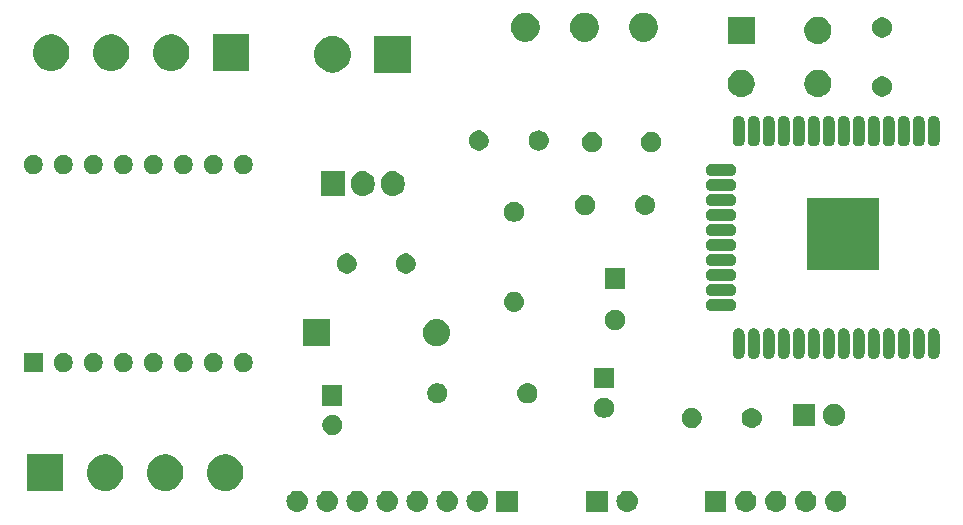
<source format=gbr>
G04 #@! TF.GenerationSoftware,KiCad,Pcbnew,(5.1.0)-1*
G04 #@! TF.CreationDate,2020-06-14T14:54:15-05:00*
G04 #@! TF.ProjectId,ESP32_BridgeH,45535033-325f-4427-9269-646765482e6b,0*
G04 #@! TF.SameCoordinates,Original*
G04 #@! TF.FileFunction,Soldermask,Top*
G04 #@! TF.FilePolarity,Negative*
%FSLAX46Y46*%
G04 Gerber Fmt 4.6, Leading zero omitted, Abs format (unit mm)*
G04 Created by KiCad (PCBNEW (5.1.0)-1) date 2020-06-14 14:54:15*
%MOMM*%
%LPD*%
G04 APERTURE LIST*
%ADD10C,0.100000*%
G04 APERTURE END LIST*
D10*
G36*
X197087443Y-134868519D02*
G01*
X197153627Y-134875037D01*
X197323466Y-134926557D01*
X197479991Y-135010222D01*
X197515729Y-135039552D01*
X197617186Y-135122814D01*
X197700448Y-135224271D01*
X197729778Y-135260009D01*
X197813443Y-135416534D01*
X197864963Y-135586373D01*
X197882359Y-135763000D01*
X197864963Y-135939627D01*
X197813443Y-136109466D01*
X197729778Y-136265991D01*
X197700448Y-136301729D01*
X197617186Y-136403186D01*
X197515729Y-136486448D01*
X197479991Y-136515778D01*
X197323466Y-136599443D01*
X197153627Y-136650963D01*
X197087443Y-136657481D01*
X197021260Y-136664000D01*
X196932740Y-136664000D01*
X196866557Y-136657481D01*
X196800373Y-136650963D01*
X196630534Y-136599443D01*
X196474009Y-136515778D01*
X196438271Y-136486448D01*
X196336814Y-136403186D01*
X196253552Y-136301729D01*
X196224222Y-136265991D01*
X196140557Y-136109466D01*
X196089037Y-135939627D01*
X196071641Y-135763000D01*
X196089037Y-135586373D01*
X196140557Y-135416534D01*
X196224222Y-135260009D01*
X196253552Y-135224271D01*
X196336814Y-135122814D01*
X196438271Y-135039552D01*
X196474009Y-135010222D01*
X196630534Y-134926557D01*
X196800373Y-134875037D01*
X196866557Y-134868519D01*
X196932740Y-134862000D01*
X197021260Y-134862000D01*
X197087443Y-134868519D01*
X197087443Y-134868519D01*
G37*
G36*
X170065000Y-136664000D02*
G01*
X168263000Y-136664000D01*
X168263000Y-134862000D01*
X170065000Y-134862000D01*
X170065000Y-136664000D01*
X170065000Y-136664000D01*
G37*
G36*
X177685000Y-136664000D02*
G01*
X175883000Y-136664000D01*
X175883000Y-134862000D01*
X177685000Y-134862000D01*
X177685000Y-136664000D01*
X177685000Y-136664000D01*
G37*
G36*
X179434443Y-134868519D02*
G01*
X179500627Y-134875037D01*
X179670466Y-134926557D01*
X179826991Y-135010222D01*
X179862729Y-135039552D01*
X179964186Y-135122814D01*
X180047448Y-135224271D01*
X180076778Y-135260009D01*
X180160443Y-135416534D01*
X180211963Y-135586373D01*
X180229359Y-135763000D01*
X180211963Y-135939627D01*
X180160443Y-136109466D01*
X180076778Y-136265991D01*
X180047448Y-136301729D01*
X179964186Y-136403186D01*
X179862729Y-136486448D01*
X179826991Y-136515778D01*
X179670466Y-136599443D01*
X179500627Y-136650963D01*
X179434443Y-136657481D01*
X179368260Y-136664000D01*
X179279740Y-136664000D01*
X179213557Y-136657481D01*
X179147373Y-136650963D01*
X178977534Y-136599443D01*
X178821009Y-136515778D01*
X178785271Y-136486448D01*
X178683814Y-136403186D01*
X178600552Y-136301729D01*
X178571222Y-136265991D01*
X178487557Y-136109466D01*
X178436037Y-135939627D01*
X178418641Y-135763000D01*
X178436037Y-135586373D01*
X178487557Y-135416534D01*
X178571222Y-135260009D01*
X178600552Y-135224271D01*
X178683814Y-135122814D01*
X178785271Y-135039552D01*
X178821009Y-135010222D01*
X178977534Y-134926557D01*
X179147373Y-134875037D01*
X179213557Y-134868519D01*
X179279740Y-134862000D01*
X179368260Y-134862000D01*
X179434443Y-134868519D01*
X179434443Y-134868519D01*
G37*
G36*
X187718000Y-136664000D02*
G01*
X185916000Y-136664000D01*
X185916000Y-134862000D01*
X187718000Y-134862000D01*
X187718000Y-136664000D01*
X187718000Y-136664000D01*
G37*
G36*
X189467443Y-134868519D02*
G01*
X189533627Y-134875037D01*
X189703466Y-134926557D01*
X189859991Y-135010222D01*
X189895729Y-135039552D01*
X189997186Y-135122814D01*
X190080448Y-135224271D01*
X190109778Y-135260009D01*
X190193443Y-135416534D01*
X190244963Y-135586373D01*
X190262359Y-135763000D01*
X190244963Y-135939627D01*
X190193443Y-136109466D01*
X190109778Y-136265991D01*
X190080448Y-136301729D01*
X189997186Y-136403186D01*
X189895729Y-136486448D01*
X189859991Y-136515778D01*
X189703466Y-136599443D01*
X189533627Y-136650963D01*
X189467443Y-136657481D01*
X189401260Y-136664000D01*
X189312740Y-136664000D01*
X189246557Y-136657481D01*
X189180373Y-136650963D01*
X189010534Y-136599443D01*
X188854009Y-136515778D01*
X188818271Y-136486448D01*
X188716814Y-136403186D01*
X188633552Y-136301729D01*
X188604222Y-136265991D01*
X188520557Y-136109466D01*
X188469037Y-135939627D01*
X188451641Y-135763000D01*
X188469037Y-135586373D01*
X188520557Y-135416534D01*
X188604222Y-135260009D01*
X188633552Y-135224271D01*
X188716814Y-135122814D01*
X188818271Y-135039552D01*
X188854009Y-135010222D01*
X189010534Y-134926557D01*
X189180373Y-134875037D01*
X189246557Y-134868519D01*
X189312740Y-134862000D01*
X189401260Y-134862000D01*
X189467443Y-134868519D01*
X189467443Y-134868519D01*
G37*
G36*
X192007443Y-134868519D02*
G01*
X192073627Y-134875037D01*
X192243466Y-134926557D01*
X192399991Y-135010222D01*
X192435729Y-135039552D01*
X192537186Y-135122814D01*
X192620448Y-135224271D01*
X192649778Y-135260009D01*
X192733443Y-135416534D01*
X192784963Y-135586373D01*
X192802359Y-135763000D01*
X192784963Y-135939627D01*
X192733443Y-136109466D01*
X192649778Y-136265991D01*
X192620448Y-136301729D01*
X192537186Y-136403186D01*
X192435729Y-136486448D01*
X192399991Y-136515778D01*
X192243466Y-136599443D01*
X192073627Y-136650963D01*
X192007443Y-136657481D01*
X191941260Y-136664000D01*
X191852740Y-136664000D01*
X191786557Y-136657481D01*
X191720373Y-136650963D01*
X191550534Y-136599443D01*
X191394009Y-136515778D01*
X191358271Y-136486448D01*
X191256814Y-136403186D01*
X191173552Y-136301729D01*
X191144222Y-136265991D01*
X191060557Y-136109466D01*
X191009037Y-135939627D01*
X190991641Y-135763000D01*
X191009037Y-135586373D01*
X191060557Y-135416534D01*
X191144222Y-135260009D01*
X191173552Y-135224271D01*
X191256814Y-135122814D01*
X191358271Y-135039552D01*
X191394009Y-135010222D01*
X191550534Y-134926557D01*
X191720373Y-134875037D01*
X191786557Y-134868519D01*
X191852740Y-134862000D01*
X191941260Y-134862000D01*
X192007443Y-134868519D01*
X192007443Y-134868519D01*
G37*
G36*
X194547443Y-134868519D02*
G01*
X194613627Y-134875037D01*
X194783466Y-134926557D01*
X194939991Y-135010222D01*
X194975729Y-135039552D01*
X195077186Y-135122814D01*
X195160448Y-135224271D01*
X195189778Y-135260009D01*
X195273443Y-135416534D01*
X195324963Y-135586373D01*
X195342359Y-135763000D01*
X195324963Y-135939627D01*
X195273443Y-136109466D01*
X195189778Y-136265991D01*
X195160448Y-136301729D01*
X195077186Y-136403186D01*
X194975729Y-136486448D01*
X194939991Y-136515778D01*
X194783466Y-136599443D01*
X194613627Y-136650963D01*
X194547443Y-136657481D01*
X194481260Y-136664000D01*
X194392740Y-136664000D01*
X194326557Y-136657481D01*
X194260373Y-136650963D01*
X194090534Y-136599443D01*
X193934009Y-136515778D01*
X193898271Y-136486448D01*
X193796814Y-136403186D01*
X193713552Y-136301729D01*
X193684222Y-136265991D01*
X193600557Y-136109466D01*
X193549037Y-135939627D01*
X193531641Y-135763000D01*
X193549037Y-135586373D01*
X193600557Y-135416534D01*
X193684222Y-135260009D01*
X193713552Y-135224271D01*
X193796814Y-135122814D01*
X193898271Y-135039552D01*
X193934009Y-135010222D01*
X194090534Y-134926557D01*
X194260373Y-134875037D01*
X194326557Y-134868519D01*
X194392740Y-134862000D01*
X194481260Y-134862000D01*
X194547443Y-134868519D01*
X194547443Y-134868519D01*
G37*
G36*
X164194443Y-134868519D02*
G01*
X164260627Y-134875037D01*
X164430466Y-134926557D01*
X164586991Y-135010222D01*
X164622729Y-135039552D01*
X164724186Y-135122814D01*
X164807448Y-135224271D01*
X164836778Y-135260009D01*
X164920443Y-135416534D01*
X164971963Y-135586373D01*
X164989359Y-135763000D01*
X164971963Y-135939627D01*
X164920443Y-136109466D01*
X164836778Y-136265991D01*
X164807448Y-136301729D01*
X164724186Y-136403186D01*
X164622729Y-136486448D01*
X164586991Y-136515778D01*
X164430466Y-136599443D01*
X164260627Y-136650963D01*
X164194443Y-136657481D01*
X164128260Y-136664000D01*
X164039740Y-136664000D01*
X163973557Y-136657481D01*
X163907373Y-136650963D01*
X163737534Y-136599443D01*
X163581009Y-136515778D01*
X163545271Y-136486448D01*
X163443814Y-136403186D01*
X163360552Y-136301729D01*
X163331222Y-136265991D01*
X163247557Y-136109466D01*
X163196037Y-135939627D01*
X163178641Y-135763000D01*
X163196037Y-135586373D01*
X163247557Y-135416534D01*
X163331222Y-135260009D01*
X163360552Y-135224271D01*
X163443814Y-135122814D01*
X163545271Y-135039552D01*
X163581009Y-135010222D01*
X163737534Y-134926557D01*
X163907373Y-134875037D01*
X163973557Y-134868519D01*
X164039740Y-134862000D01*
X164128260Y-134862000D01*
X164194443Y-134868519D01*
X164194443Y-134868519D01*
G37*
G36*
X166734443Y-134868519D02*
G01*
X166800627Y-134875037D01*
X166970466Y-134926557D01*
X167126991Y-135010222D01*
X167162729Y-135039552D01*
X167264186Y-135122814D01*
X167347448Y-135224271D01*
X167376778Y-135260009D01*
X167460443Y-135416534D01*
X167511963Y-135586373D01*
X167529359Y-135763000D01*
X167511963Y-135939627D01*
X167460443Y-136109466D01*
X167376778Y-136265991D01*
X167347448Y-136301729D01*
X167264186Y-136403186D01*
X167162729Y-136486448D01*
X167126991Y-136515778D01*
X166970466Y-136599443D01*
X166800627Y-136650963D01*
X166734443Y-136657481D01*
X166668260Y-136664000D01*
X166579740Y-136664000D01*
X166513557Y-136657481D01*
X166447373Y-136650963D01*
X166277534Y-136599443D01*
X166121009Y-136515778D01*
X166085271Y-136486448D01*
X165983814Y-136403186D01*
X165900552Y-136301729D01*
X165871222Y-136265991D01*
X165787557Y-136109466D01*
X165736037Y-135939627D01*
X165718641Y-135763000D01*
X165736037Y-135586373D01*
X165787557Y-135416534D01*
X165871222Y-135260009D01*
X165900552Y-135224271D01*
X165983814Y-135122814D01*
X166085271Y-135039552D01*
X166121009Y-135010222D01*
X166277534Y-134926557D01*
X166447373Y-134875037D01*
X166513557Y-134868519D01*
X166579740Y-134862000D01*
X166668260Y-134862000D01*
X166734443Y-134868519D01*
X166734443Y-134868519D01*
G37*
G36*
X151494443Y-134868519D02*
G01*
X151560627Y-134875037D01*
X151730466Y-134926557D01*
X151886991Y-135010222D01*
X151922729Y-135039552D01*
X152024186Y-135122814D01*
X152107448Y-135224271D01*
X152136778Y-135260009D01*
X152220443Y-135416534D01*
X152271963Y-135586373D01*
X152289359Y-135763000D01*
X152271963Y-135939627D01*
X152220443Y-136109466D01*
X152136778Y-136265991D01*
X152107448Y-136301729D01*
X152024186Y-136403186D01*
X151922729Y-136486448D01*
X151886991Y-136515778D01*
X151730466Y-136599443D01*
X151560627Y-136650963D01*
X151494443Y-136657481D01*
X151428260Y-136664000D01*
X151339740Y-136664000D01*
X151273557Y-136657481D01*
X151207373Y-136650963D01*
X151037534Y-136599443D01*
X150881009Y-136515778D01*
X150845271Y-136486448D01*
X150743814Y-136403186D01*
X150660552Y-136301729D01*
X150631222Y-136265991D01*
X150547557Y-136109466D01*
X150496037Y-135939627D01*
X150478641Y-135763000D01*
X150496037Y-135586373D01*
X150547557Y-135416534D01*
X150631222Y-135260009D01*
X150660552Y-135224271D01*
X150743814Y-135122814D01*
X150845271Y-135039552D01*
X150881009Y-135010222D01*
X151037534Y-134926557D01*
X151207373Y-134875037D01*
X151273557Y-134868519D01*
X151339740Y-134862000D01*
X151428260Y-134862000D01*
X151494443Y-134868519D01*
X151494443Y-134868519D01*
G37*
G36*
X154034443Y-134868519D02*
G01*
X154100627Y-134875037D01*
X154270466Y-134926557D01*
X154426991Y-135010222D01*
X154462729Y-135039552D01*
X154564186Y-135122814D01*
X154647448Y-135224271D01*
X154676778Y-135260009D01*
X154760443Y-135416534D01*
X154811963Y-135586373D01*
X154829359Y-135763000D01*
X154811963Y-135939627D01*
X154760443Y-136109466D01*
X154676778Y-136265991D01*
X154647448Y-136301729D01*
X154564186Y-136403186D01*
X154462729Y-136486448D01*
X154426991Y-136515778D01*
X154270466Y-136599443D01*
X154100627Y-136650963D01*
X154034443Y-136657481D01*
X153968260Y-136664000D01*
X153879740Y-136664000D01*
X153813557Y-136657481D01*
X153747373Y-136650963D01*
X153577534Y-136599443D01*
X153421009Y-136515778D01*
X153385271Y-136486448D01*
X153283814Y-136403186D01*
X153200552Y-136301729D01*
X153171222Y-136265991D01*
X153087557Y-136109466D01*
X153036037Y-135939627D01*
X153018641Y-135763000D01*
X153036037Y-135586373D01*
X153087557Y-135416534D01*
X153171222Y-135260009D01*
X153200552Y-135224271D01*
X153283814Y-135122814D01*
X153385271Y-135039552D01*
X153421009Y-135010222D01*
X153577534Y-134926557D01*
X153747373Y-134875037D01*
X153813557Y-134868519D01*
X153879740Y-134862000D01*
X153968260Y-134862000D01*
X154034443Y-134868519D01*
X154034443Y-134868519D01*
G37*
G36*
X159114443Y-134868519D02*
G01*
X159180627Y-134875037D01*
X159350466Y-134926557D01*
X159506991Y-135010222D01*
X159542729Y-135039552D01*
X159644186Y-135122814D01*
X159727448Y-135224271D01*
X159756778Y-135260009D01*
X159840443Y-135416534D01*
X159891963Y-135586373D01*
X159909359Y-135763000D01*
X159891963Y-135939627D01*
X159840443Y-136109466D01*
X159756778Y-136265991D01*
X159727448Y-136301729D01*
X159644186Y-136403186D01*
X159542729Y-136486448D01*
X159506991Y-136515778D01*
X159350466Y-136599443D01*
X159180627Y-136650963D01*
X159114443Y-136657481D01*
X159048260Y-136664000D01*
X158959740Y-136664000D01*
X158893557Y-136657481D01*
X158827373Y-136650963D01*
X158657534Y-136599443D01*
X158501009Y-136515778D01*
X158465271Y-136486448D01*
X158363814Y-136403186D01*
X158280552Y-136301729D01*
X158251222Y-136265991D01*
X158167557Y-136109466D01*
X158116037Y-135939627D01*
X158098641Y-135763000D01*
X158116037Y-135586373D01*
X158167557Y-135416534D01*
X158251222Y-135260009D01*
X158280552Y-135224271D01*
X158363814Y-135122814D01*
X158465271Y-135039552D01*
X158501009Y-135010222D01*
X158657534Y-134926557D01*
X158827373Y-134875037D01*
X158893557Y-134868519D01*
X158959740Y-134862000D01*
X159048260Y-134862000D01*
X159114443Y-134868519D01*
X159114443Y-134868519D01*
G37*
G36*
X161654443Y-134868519D02*
G01*
X161720627Y-134875037D01*
X161890466Y-134926557D01*
X162046991Y-135010222D01*
X162082729Y-135039552D01*
X162184186Y-135122814D01*
X162267448Y-135224271D01*
X162296778Y-135260009D01*
X162380443Y-135416534D01*
X162431963Y-135586373D01*
X162449359Y-135763000D01*
X162431963Y-135939627D01*
X162380443Y-136109466D01*
X162296778Y-136265991D01*
X162267448Y-136301729D01*
X162184186Y-136403186D01*
X162082729Y-136486448D01*
X162046991Y-136515778D01*
X161890466Y-136599443D01*
X161720627Y-136650963D01*
X161654443Y-136657481D01*
X161588260Y-136664000D01*
X161499740Y-136664000D01*
X161433557Y-136657481D01*
X161367373Y-136650963D01*
X161197534Y-136599443D01*
X161041009Y-136515778D01*
X161005271Y-136486448D01*
X160903814Y-136403186D01*
X160820552Y-136301729D01*
X160791222Y-136265991D01*
X160707557Y-136109466D01*
X160656037Y-135939627D01*
X160638641Y-135763000D01*
X160656037Y-135586373D01*
X160707557Y-135416534D01*
X160791222Y-135260009D01*
X160820552Y-135224271D01*
X160903814Y-135122814D01*
X161005271Y-135039552D01*
X161041009Y-135010222D01*
X161197534Y-134926557D01*
X161367373Y-134875037D01*
X161433557Y-134868519D01*
X161499740Y-134862000D01*
X161588260Y-134862000D01*
X161654443Y-134868519D01*
X161654443Y-134868519D01*
G37*
G36*
X156574443Y-134868519D02*
G01*
X156640627Y-134875037D01*
X156810466Y-134926557D01*
X156966991Y-135010222D01*
X157002729Y-135039552D01*
X157104186Y-135122814D01*
X157187448Y-135224271D01*
X157216778Y-135260009D01*
X157300443Y-135416534D01*
X157351963Y-135586373D01*
X157369359Y-135763000D01*
X157351963Y-135939627D01*
X157300443Y-136109466D01*
X157216778Y-136265991D01*
X157187448Y-136301729D01*
X157104186Y-136403186D01*
X157002729Y-136486448D01*
X156966991Y-136515778D01*
X156810466Y-136599443D01*
X156640627Y-136650963D01*
X156574443Y-136657481D01*
X156508260Y-136664000D01*
X156419740Y-136664000D01*
X156353557Y-136657481D01*
X156287373Y-136650963D01*
X156117534Y-136599443D01*
X155961009Y-136515778D01*
X155925271Y-136486448D01*
X155823814Y-136403186D01*
X155740552Y-136301729D01*
X155711222Y-136265991D01*
X155627557Y-136109466D01*
X155576037Y-135939627D01*
X155558641Y-135763000D01*
X155576037Y-135586373D01*
X155627557Y-135416534D01*
X155711222Y-135260009D01*
X155740552Y-135224271D01*
X155823814Y-135122814D01*
X155925271Y-135039552D01*
X155961009Y-135010222D01*
X156117534Y-134926557D01*
X156287373Y-134875037D01*
X156353557Y-134868519D01*
X156419740Y-134862000D01*
X156508260Y-134862000D01*
X156574443Y-134868519D01*
X156574443Y-134868519D01*
G37*
G36*
X131599000Y-134901000D02*
G01*
X128497000Y-134901000D01*
X128497000Y-131799000D01*
X131599000Y-131799000D01*
X131599000Y-134901000D01*
X131599000Y-134901000D01*
G37*
G36*
X135430585Y-131828802D02*
G01*
X135580410Y-131858604D01*
X135862674Y-131975521D01*
X136116705Y-132145259D01*
X136332741Y-132361295D01*
X136502479Y-132615326D01*
X136619396Y-132897590D01*
X136679000Y-133197240D01*
X136679000Y-133502760D01*
X136619396Y-133802410D01*
X136502479Y-134084674D01*
X136332741Y-134338705D01*
X136116705Y-134554741D01*
X135862674Y-134724479D01*
X135580410Y-134841396D01*
X135430585Y-134871198D01*
X135280761Y-134901000D01*
X134975239Y-134901000D01*
X134825415Y-134871198D01*
X134675590Y-134841396D01*
X134393326Y-134724479D01*
X134139295Y-134554741D01*
X133923259Y-134338705D01*
X133753521Y-134084674D01*
X133636604Y-133802410D01*
X133577000Y-133502760D01*
X133577000Y-133197240D01*
X133636604Y-132897590D01*
X133753521Y-132615326D01*
X133923259Y-132361295D01*
X134139295Y-132145259D01*
X134393326Y-131975521D01*
X134675590Y-131858604D01*
X134825415Y-131828802D01*
X134975239Y-131799000D01*
X135280761Y-131799000D01*
X135430585Y-131828802D01*
X135430585Y-131828802D01*
G37*
G36*
X140510585Y-131828802D02*
G01*
X140660410Y-131858604D01*
X140942674Y-131975521D01*
X141196705Y-132145259D01*
X141412741Y-132361295D01*
X141582479Y-132615326D01*
X141699396Y-132897590D01*
X141759000Y-133197240D01*
X141759000Y-133502760D01*
X141699396Y-133802410D01*
X141582479Y-134084674D01*
X141412741Y-134338705D01*
X141196705Y-134554741D01*
X140942674Y-134724479D01*
X140660410Y-134841396D01*
X140510585Y-134871198D01*
X140360761Y-134901000D01*
X140055239Y-134901000D01*
X139905415Y-134871198D01*
X139755590Y-134841396D01*
X139473326Y-134724479D01*
X139219295Y-134554741D01*
X139003259Y-134338705D01*
X138833521Y-134084674D01*
X138716604Y-133802410D01*
X138657000Y-133502760D01*
X138657000Y-133197240D01*
X138716604Y-132897590D01*
X138833521Y-132615326D01*
X139003259Y-132361295D01*
X139219295Y-132145259D01*
X139473326Y-131975521D01*
X139755590Y-131858604D01*
X139905415Y-131828802D01*
X140055239Y-131799000D01*
X140360761Y-131799000D01*
X140510585Y-131828802D01*
X140510585Y-131828802D01*
G37*
G36*
X145590585Y-131828802D02*
G01*
X145740410Y-131858604D01*
X146022674Y-131975521D01*
X146276705Y-132145259D01*
X146492741Y-132361295D01*
X146662479Y-132615326D01*
X146779396Y-132897590D01*
X146839000Y-133197240D01*
X146839000Y-133502760D01*
X146779396Y-133802410D01*
X146662479Y-134084674D01*
X146492741Y-134338705D01*
X146276705Y-134554741D01*
X146022674Y-134724479D01*
X145740410Y-134841396D01*
X145590585Y-134871198D01*
X145440761Y-134901000D01*
X145135239Y-134901000D01*
X144985415Y-134871198D01*
X144835590Y-134841396D01*
X144553326Y-134724479D01*
X144299295Y-134554741D01*
X144083259Y-134338705D01*
X143913521Y-134084674D01*
X143796604Y-133802410D01*
X143737000Y-133502760D01*
X143737000Y-133197240D01*
X143796604Y-132897590D01*
X143913521Y-132615326D01*
X144083259Y-132361295D01*
X144299295Y-132145259D01*
X144553326Y-131975521D01*
X144835590Y-131858604D01*
X144985415Y-131828802D01*
X145135239Y-131799000D01*
X145440761Y-131799000D01*
X145590585Y-131828802D01*
X145590585Y-131828802D01*
G37*
G36*
X154616228Y-128491703D02*
G01*
X154771100Y-128555853D01*
X154910481Y-128648985D01*
X155029015Y-128767519D01*
X155122147Y-128906900D01*
X155186297Y-129061772D01*
X155219000Y-129226184D01*
X155219000Y-129393816D01*
X155186297Y-129558228D01*
X155122147Y-129713100D01*
X155029015Y-129852481D01*
X154910481Y-129971015D01*
X154771100Y-130064147D01*
X154616228Y-130128297D01*
X154451816Y-130161000D01*
X154284184Y-130161000D01*
X154119772Y-130128297D01*
X153964900Y-130064147D01*
X153825519Y-129971015D01*
X153706985Y-129852481D01*
X153613853Y-129713100D01*
X153549703Y-129558228D01*
X153517000Y-129393816D01*
X153517000Y-129226184D01*
X153549703Y-129061772D01*
X153613853Y-128906900D01*
X153706985Y-128767519D01*
X153825519Y-128648985D01*
X153964900Y-128555853D01*
X154119772Y-128491703D01*
X154284184Y-128459000D01*
X154451816Y-128459000D01*
X154616228Y-128491703D01*
X154616228Y-128491703D01*
G37*
G36*
X190031823Y-127875313D02*
G01*
X190192242Y-127923976D01*
X190259361Y-127959852D01*
X190340078Y-128002996D01*
X190469659Y-128109341D01*
X190576004Y-128238922D01*
X190576005Y-128238924D01*
X190655024Y-128386758D01*
X190703687Y-128547177D01*
X190720117Y-128714000D01*
X190703687Y-128880823D01*
X190655024Y-129041242D01*
X190614477Y-129117100D01*
X190576004Y-129189078D01*
X190469659Y-129318659D01*
X190340078Y-129425004D01*
X190340076Y-129425005D01*
X190192242Y-129504024D01*
X190031823Y-129552687D01*
X189906804Y-129565000D01*
X189823196Y-129565000D01*
X189698177Y-129552687D01*
X189537758Y-129504024D01*
X189389924Y-129425005D01*
X189389922Y-129425004D01*
X189260341Y-129318659D01*
X189153996Y-129189078D01*
X189115523Y-129117100D01*
X189074976Y-129041242D01*
X189026313Y-128880823D01*
X189009883Y-128714000D01*
X189026313Y-128547177D01*
X189074976Y-128386758D01*
X189153995Y-128238924D01*
X189153996Y-128238922D01*
X189260341Y-128109341D01*
X189389922Y-128002996D01*
X189470639Y-127959852D01*
X189537758Y-127923976D01*
X189698177Y-127875313D01*
X189823196Y-127863000D01*
X189906804Y-127863000D01*
X190031823Y-127875313D01*
X190031823Y-127875313D01*
G37*
G36*
X185033228Y-127895703D02*
G01*
X185188100Y-127959853D01*
X185327481Y-128052985D01*
X185446015Y-128171519D01*
X185539147Y-128310900D01*
X185603297Y-128465772D01*
X185636000Y-128630184D01*
X185636000Y-128797816D01*
X185603297Y-128962228D01*
X185539147Y-129117100D01*
X185446015Y-129256481D01*
X185327481Y-129375015D01*
X185188100Y-129468147D01*
X185033228Y-129532297D01*
X184868816Y-129565000D01*
X184701184Y-129565000D01*
X184536772Y-129532297D01*
X184381900Y-129468147D01*
X184242519Y-129375015D01*
X184123985Y-129256481D01*
X184030853Y-129117100D01*
X183966703Y-128962228D01*
X183934000Y-128797816D01*
X183934000Y-128630184D01*
X183966703Y-128465772D01*
X184030853Y-128310900D01*
X184123985Y-128171519D01*
X184242519Y-128052985D01*
X184381900Y-127959853D01*
X184536772Y-127895703D01*
X184701184Y-127863000D01*
X184868816Y-127863000D01*
X185033228Y-127895703D01*
X185033228Y-127895703D01*
G37*
G36*
X197127395Y-127545546D02*
G01*
X197300466Y-127617234D01*
X197300467Y-127617235D01*
X197456227Y-127721310D01*
X197588690Y-127853773D01*
X197616708Y-127895705D01*
X197692766Y-128009534D01*
X197764454Y-128182605D01*
X197801000Y-128366333D01*
X197801000Y-128553667D01*
X197764454Y-128737395D01*
X197692766Y-128910466D01*
X197692765Y-128910467D01*
X197588690Y-129066227D01*
X197456227Y-129198690D01*
X197377818Y-129251081D01*
X197300466Y-129302766D01*
X197127395Y-129374454D01*
X196943667Y-129411000D01*
X196756333Y-129411000D01*
X196572605Y-129374454D01*
X196399534Y-129302766D01*
X196322182Y-129251081D01*
X196243773Y-129198690D01*
X196111310Y-129066227D01*
X196007235Y-128910467D01*
X196007234Y-128910466D01*
X195935546Y-128737395D01*
X195899000Y-128553667D01*
X195899000Y-128366333D01*
X195935546Y-128182605D01*
X196007234Y-128009534D01*
X196083292Y-127895705D01*
X196111310Y-127853773D01*
X196243773Y-127721310D01*
X196399533Y-127617235D01*
X196399534Y-127617234D01*
X196572605Y-127545546D01*
X196756333Y-127509000D01*
X196943667Y-127509000D01*
X197127395Y-127545546D01*
X197127395Y-127545546D01*
G37*
G36*
X195261000Y-129411000D02*
G01*
X193359000Y-129411000D01*
X193359000Y-127509000D01*
X195261000Y-127509000D01*
X195261000Y-129411000D01*
X195261000Y-129411000D01*
G37*
G36*
X177604228Y-127030703D02*
G01*
X177759100Y-127094853D01*
X177898481Y-127187985D01*
X178017015Y-127306519D01*
X178110147Y-127445900D01*
X178174297Y-127600772D01*
X178207000Y-127765184D01*
X178207000Y-127932816D01*
X178174297Y-128097228D01*
X178110147Y-128252100D01*
X178017015Y-128391481D01*
X177898481Y-128510015D01*
X177759100Y-128603147D01*
X177604228Y-128667297D01*
X177439816Y-128700000D01*
X177272184Y-128700000D01*
X177107772Y-128667297D01*
X176952900Y-128603147D01*
X176813519Y-128510015D01*
X176694985Y-128391481D01*
X176601853Y-128252100D01*
X176537703Y-128097228D01*
X176505000Y-127932816D01*
X176505000Y-127765184D01*
X176537703Y-127600772D01*
X176601853Y-127445900D01*
X176694985Y-127306519D01*
X176813519Y-127187985D01*
X176952900Y-127094853D01*
X177107772Y-127030703D01*
X177272184Y-126998000D01*
X177439816Y-126998000D01*
X177604228Y-127030703D01*
X177604228Y-127030703D01*
G37*
G36*
X155219000Y-127661000D02*
G01*
X153517000Y-127661000D01*
X153517000Y-125959000D01*
X155219000Y-125959000D01*
X155219000Y-127661000D01*
X155219000Y-127661000D01*
G37*
G36*
X171044823Y-125780313D02*
G01*
X171205242Y-125828976D01*
X171272361Y-125864852D01*
X171353078Y-125907996D01*
X171482659Y-126014341D01*
X171589004Y-126143922D01*
X171589005Y-126143924D01*
X171668024Y-126291758D01*
X171716687Y-126452177D01*
X171733117Y-126619000D01*
X171716687Y-126785823D01*
X171668024Y-126946242D01*
X171597114Y-127078906D01*
X171589004Y-127094078D01*
X171482659Y-127223659D01*
X171353078Y-127330004D01*
X171353076Y-127330005D01*
X171205242Y-127409024D01*
X171044823Y-127457687D01*
X170919804Y-127470000D01*
X170836196Y-127470000D01*
X170711177Y-127457687D01*
X170550758Y-127409024D01*
X170402924Y-127330005D01*
X170402922Y-127330004D01*
X170273341Y-127223659D01*
X170166996Y-127094078D01*
X170158886Y-127078906D01*
X170087976Y-126946242D01*
X170039313Y-126785823D01*
X170022883Y-126619000D01*
X170039313Y-126452177D01*
X170087976Y-126291758D01*
X170166995Y-126143924D01*
X170166996Y-126143922D01*
X170273341Y-126014341D01*
X170402922Y-125907996D01*
X170483639Y-125864852D01*
X170550758Y-125828976D01*
X170711177Y-125780313D01*
X170836196Y-125768000D01*
X170919804Y-125768000D01*
X171044823Y-125780313D01*
X171044823Y-125780313D01*
G37*
G36*
X163506228Y-125800703D02*
G01*
X163661100Y-125864853D01*
X163800481Y-125957985D01*
X163919015Y-126076519D01*
X164012147Y-126215900D01*
X164076297Y-126370772D01*
X164109000Y-126535184D01*
X164109000Y-126702816D01*
X164076297Y-126867228D01*
X164012147Y-127022100D01*
X163919015Y-127161481D01*
X163800481Y-127280015D01*
X163661100Y-127373147D01*
X163506228Y-127437297D01*
X163341816Y-127470000D01*
X163174184Y-127470000D01*
X163009772Y-127437297D01*
X162854900Y-127373147D01*
X162715519Y-127280015D01*
X162596985Y-127161481D01*
X162503853Y-127022100D01*
X162439703Y-126867228D01*
X162407000Y-126702816D01*
X162407000Y-126535184D01*
X162439703Y-126370772D01*
X162503853Y-126215900D01*
X162596985Y-126076519D01*
X162715519Y-125957985D01*
X162854900Y-125864853D01*
X163009772Y-125800703D01*
X163174184Y-125768000D01*
X163341816Y-125768000D01*
X163506228Y-125800703D01*
X163506228Y-125800703D01*
G37*
G36*
X178207000Y-126200000D02*
G01*
X176505000Y-126200000D01*
X176505000Y-124498000D01*
X178207000Y-124498000D01*
X178207000Y-126200000D01*
X178207000Y-126200000D01*
G37*
G36*
X147049142Y-123234242D02*
G01*
X147197101Y-123295529D01*
X147330255Y-123384499D01*
X147443501Y-123497745D01*
X147532471Y-123630899D01*
X147593758Y-123778858D01*
X147625000Y-123935925D01*
X147625000Y-124096075D01*
X147593758Y-124253142D01*
X147532471Y-124401101D01*
X147443501Y-124534255D01*
X147330255Y-124647501D01*
X147197101Y-124736471D01*
X147049142Y-124797758D01*
X146892075Y-124829000D01*
X146731925Y-124829000D01*
X146574858Y-124797758D01*
X146426899Y-124736471D01*
X146293745Y-124647501D01*
X146180499Y-124534255D01*
X146091529Y-124401101D01*
X146030242Y-124253142D01*
X145999000Y-124096075D01*
X145999000Y-123935925D01*
X146030242Y-123778858D01*
X146091529Y-123630899D01*
X146180499Y-123497745D01*
X146293745Y-123384499D01*
X146426899Y-123295529D01*
X146574858Y-123234242D01*
X146731925Y-123203000D01*
X146892075Y-123203000D01*
X147049142Y-123234242D01*
X147049142Y-123234242D01*
G37*
G36*
X144509142Y-123234242D02*
G01*
X144657101Y-123295529D01*
X144790255Y-123384499D01*
X144903501Y-123497745D01*
X144992471Y-123630899D01*
X145053758Y-123778858D01*
X145085000Y-123935925D01*
X145085000Y-124096075D01*
X145053758Y-124253142D01*
X144992471Y-124401101D01*
X144903501Y-124534255D01*
X144790255Y-124647501D01*
X144657101Y-124736471D01*
X144509142Y-124797758D01*
X144352075Y-124829000D01*
X144191925Y-124829000D01*
X144034858Y-124797758D01*
X143886899Y-124736471D01*
X143753745Y-124647501D01*
X143640499Y-124534255D01*
X143551529Y-124401101D01*
X143490242Y-124253142D01*
X143459000Y-124096075D01*
X143459000Y-123935925D01*
X143490242Y-123778858D01*
X143551529Y-123630899D01*
X143640499Y-123497745D01*
X143753745Y-123384499D01*
X143886899Y-123295529D01*
X144034858Y-123234242D01*
X144191925Y-123203000D01*
X144352075Y-123203000D01*
X144509142Y-123234242D01*
X144509142Y-123234242D01*
G37*
G36*
X129845000Y-124829000D02*
G01*
X128219000Y-124829000D01*
X128219000Y-123203000D01*
X129845000Y-123203000D01*
X129845000Y-124829000D01*
X129845000Y-124829000D01*
G37*
G36*
X131809142Y-123234242D02*
G01*
X131957101Y-123295529D01*
X132090255Y-123384499D01*
X132203501Y-123497745D01*
X132292471Y-123630899D01*
X132353758Y-123778858D01*
X132385000Y-123935925D01*
X132385000Y-124096075D01*
X132353758Y-124253142D01*
X132292471Y-124401101D01*
X132203501Y-124534255D01*
X132090255Y-124647501D01*
X131957101Y-124736471D01*
X131809142Y-124797758D01*
X131652075Y-124829000D01*
X131491925Y-124829000D01*
X131334858Y-124797758D01*
X131186899Y-124736471D01*
X131053745Y-124647501D01*
X130940499Y-124534255D01*
X130851529Y-124401101D01*
X130790242Y-124253142D01*
X130759000Y-124096075D01*
X130759000Y-123935925D01*
X130790242Y-123778858D01*
X130851529Y-123630899D01*
X130940499Y-123497745D01*
X131053745Y-123384499D01*
X131186899Y-123295529D01*
X131334858Y-123234242D01*
X131491925Y-123203000D01*
X131652075Y-123203000D01*
X131809142Y-123234242D01*
X131809142Y-123234242D01*
G37*
G36*
X141969142Y-123234242D02*
G01*
X142117101Y-123295529D01*
X142250255Y-123384499D01*
X142363501Y-123497745D01*
X142452471Y-123630899D01*
X142513758Y-123778858D01*
X142545000Y-123935925D01*
X142545000Y-124096075D01*
X142513758Y-124253142D01*
X142452471Y-124401101D01*
X142363501Y-124534255D01*
X142250255Y-124647501D01*
X142117101Y-124736471D01*
X141969142Y-124797758D01*
X141812075Y-124829000D01*
X141651925Y-124829000D01*
X141494858Y-124797758D01*
X141346899Y-124736471D01*
X141213745Y-124647501D01*
X141100499Y-124534255D01*
X141011529Y-124401101D01*
X140950242Y-124253142D01*
X140919000Y-124096075D01*
X140919000Y-123935925D01*
X140950242Y-123778858D01*
X141011529Y-123630899D01*
X141100499Y-123497745D01*
X141213745Y-123384499D01*
X141346899Y-123295529D01*
X141494858Y-123234242D01*
X141651925Y-123203000D01*
X141812075Y-123203000D01*
X141969142Y-123234242D01*
X141969142Y-123234242D01*
G37*
G36*
X139429142Y-123234242D02*
G01*
X139577101Y-123295529D01*
X139710255Y-123384499D01*
X139823501Y-123497745D01*
X139912471Y-123630899D01*
X139973758Y-123778858D01*
X140005000Y-123935925D01*
X140005000Y-124096075D01*
X139973758Y-124253142D01*
X139912471Y-124401101D01*
X139823501Y-124534255D01*
X139710255Y-124647501D01*
X139577101Y-124736471D01*
X139429142Y-124797758D01*
X139272075Y-124829000D01*
X139111925Y-124829000D01*
X138954858Y-124797758D01*
X138806899Y-124736471D01*
X138673745Y-124647501D01*
X138560499Y-124534255D01*
X138471529Y-124401101D01*
X138410242Y-124253142D01*
X138379000Y-124096075D01*
X138379000Y-123935925D01*
X138410242Y-123778858D01*
X138471529Y-123630899D01*
X138560499Y-123497745D01*
X138673745Y-123384499D01*
X138806899Y-123295529D01*
X138954858Y-123234242D01*
X139111925Y-123203000D01*
X139272075Y-123203000D01*
X139429142Y-123234242D01*
X139429142Y-123234242D01*
G37*
G36*
X136889142Y-123234242D02*
G01*
X137037101Y-123295529D01*
X137170255Y-123384499D01*
X137283501Y-123497745D01*
X137372471Y-123630899D01*
X137433758Y-123778858D01*
X137465000Y-123935925D01*
X137465000Y-124096075D01*
X137433758Y-124253142D01*
X137372471Y-124401101D01*
X137283501Y-124534255D01*
X137170255Y-124647501D01*
X137037101Y-124736471D01*
X136889142Y-124797758D01*
X136732075Y-124829000D01*
X136571925Y-124829000D01*
X136414858Y-124797758D01*
X136266899Y-124736471D01*
X136133745Y-124647501D01*
X136020499Y-124534255D01*
X135931529Y-124401101D01*
X135870242Y-124253142D01*
X135839000Y-124096075D01*
X135839000Y-123935925D01*
X135870242Y-123778858D01*
X135931529Y-123630899D01*
X136020499Y-123497745D01*
X136133745Y-123384499D01*
X136266899Y-123295529D01*
X136414858Y-123234242D01*
X136571925Y-123203000D01*
X136732075Y-123203000D01*
X136889142Y-123234242D01*
X136889142Y-123234242D01*
G37*
G36*
X134349142Y-123234242D02*
G01*
X134497101Y-123295529D01*
X134630255Y-123384499D01*
X134743501Y-123497745D01*
X134832471Y-123630899D01*
X134893758Y-123778858D01*
X134925000Y-123935925D01*
X134925000Y-124096075D01*
X134893758Y-124253142D01*
X134832471Y-124401101D01*
X134743501Y-124534255D01*
X134630255Y-124647501D01*
X134497101Y-124736471D01*
X134349142Y-124797758D01*
X134192075Y-124829000D01*
X134031925Y-124829000D01*
X133874858Y-124797758D01*
X133726899Y-124736471D01*
X133593745Y-124647501D01*
X133480499Y-124534255D01*
X133391529Y-124401101D01*
X133330242Y-124253142D01*
X133299000Y-124096075D01*
X133299000Y-123935925D01*
X133330242Y-123778858D01*
X133391529Y-123630899D01*
X133480499Y-123497745D01*
X133593745Y-123384499D01*
X133726899Y-123295529D01*
X133874858Y-123234242D01*
X134031925Y-123203000D01*
X134192075Y-123203000D01*
X134349142Y-123234242D01*
X134349142Y-123234242D01*
G37*
G36*
X199023212Y-121117249D02*
G01*
X199117651Y-121145897D01*
X199204687Y-121192418D01*
X199280975Y-121255025D01*
X199343582Y-121331313D01*
X199390103Y-121418348D01*
X199418751Y-121512787D01*
X199426000Y-121586388D01*
X199426000Y-123235612D01*
X199418751Y-123309213D01*
X199390103Y-123403652D01*
X199343582Y-123490687D01*
X199280975Y-123566975D01*
X199204687Y-123629582D01*
X199117652Y-123676103D01*
X199023213Y-123704751D01*
X198925000Y-123714424D01*
X198826788Y-123704751D01*
X198732349Y-123676103D01*
X198645314Y-123629582D01*
X198569026Y-123566975D01*
X198506419Y-123490687D01*
X198459898Y-123403652D01*
X198431250Y-123309213D01*
X198424001Y-123235612D01*
X198424000Y-121586389D01*
X198431249Y-121512788D01*
X198459897Y-121418349D01*
X198506418Y-121331313D01*
X198569025Y-121255025D01*
X198645313Y-121192418D01*
X198732348Y-121145897D01*
X198826787Y-121117249D01*
X198925000Y-121107576D01*
X199023212Y-121117249D01*
X199023212Y-121117249D01*
G37*
G36*
X204103212Y-121117249D02*
G01*
X204197651Y-121145897D01*
X204284687Y-121192418D01*
X204360975Y-121255025D01*
X204423582Y-121331313D01*
X204470103Y-121418348D01*
X204498751Y-121512787D01*
X204506000Y-121586388D01*
X204506000Y-123235612D01*
X204498751Y-123309213D01*
X204470103Y-123403652D01*
X204423582Y-123490687D01*
X204360975Y-123566975D01*
X204284687Y-123629582D01*
X204197652Y-123676103D01*
X204103213Y-123704751D01*
X204005000Y-123714424D01*
X203906788Y-123704751D01*
X203812349Y-123676103D01*
X203725314Y-123629582D01*
X203649026Y-123566975D01*
X203586419Y-123490687D01*
X203539898Y-123403652D01*
X203511250Y-123309213D01*
X203504001Y-123235612D01*
X203504000Y-121586389D01*
X203511249Y-121512788D01*
X203539897Y-121418349D01*
X203586418Y-121331313D01*
X203649025Y-121255025D01*
X203725313Y-121192418D01*
X203812348Y-121145897D01*
X203906787Y-121117249D01*
X204005000Y-121107576D01*
X204103212Y-121117249D01*
X204103212Y-121117249D01*
G37*
G36*
X202833212Y-121117249D02*
G01*
X202927651Y-121145897D01*
X203014687Y-121192418D01*
X203090975Y-121255025D01*
X203153582Y-121331313D01*
X203200103Y-121418348D01*
X203228751Y-121512787D01*
X203236000Y-121586388D01*
X203236000Y-123235612D01*
X203228751Y-123309213D01*
X203200103Y-123403652D01*
X203153582Y-123490687D01*
X203090975Y-123566975D01*
X203014687Y-123629582D01*
X202927652Y-123676103D01*
X202833213Y-123704751D01*
X202735000Y-123714424D01*
X202636788Y-123704751D01*
X202542349Y-123676103D01*
X202455314Y-123629582D01*
X202379026Y-123566975D01*
X202316419Y-123490687D01*
X202269898Y-123403652D01*
X202241250Y-123309213D01*
X202234001Y-123235612D01*
X202234000Y-121586389D01*
X202241249Y-121512788D01*
X202269897Y-121418349D01*
X202316418Y-121331313D01*
X202379025Y-121255025D01*
X202455313Y-121192418D01*
X202542348Y-121145897D01*
X202636787Y-121117249D01*
X202735000Y-121107576D01*
X202833212Y-121117249D01*
X202833212Y-121117249D01*
G37*
G36*
X201563212Y-121117249D02*
G01*
X201657651Y-121145897D01*
X201744687Y-121192418D01*
X201820975Y-121255025D01*
X201883582Y-121331313D01*
X201930103Y-121418348D01*
X201958751Y-121512787D01*
X201966000Y-121586388D01*
X201966000Y-123235612D01*
X201958751Y-123309213D01*
X201930103Y-123403652D01*
X201883582Y-123490687D01*
X201820975Y-123566975D01*
X201744687Y-123629582D01*
X201657652Y-123676103D01*
X201563213Y-123704751D01*
X201465000Y-123714424D01*
X201366788Y-123704751D01*
X201272349Y-123676103D01*
X201185314Y-123629582D01*
X201109026Y-123566975D01*
X201046419Y-123490687D01*
X200999898Y-123403652D01*
X200971250Y-123309213D01*
X200964001Y-123235612D01*
X200964000Y-121586389D01*
X200971249Y-121512788D01*
X200999897Y-121418349D01*
X201046418Y-121331313D01*
X201109025Y-121255025D01*
X201185313Y-121192418D01*
X201272348Y-121145897D01*
X201366787Y-121117249D01*
X201465000Y-121107576D01*
X201563212Y-121117249D01*
X201563212Y-121117249D01*
G37*
G36*
X200293212Y-121117249D02*
G01*
X200387651Y-121145897D01*
X200474687Y-121192418D01*
X200550975Y-121255025D01*
X200613582Y-121331313D01*
X200660103Y-121418348D01*
X200688751Y-121512787D01*
X200696000Y-121586388D01*
X200696000Y-123235612D01*
X200688751Y-123309213D01*
X200660103Y-123403652D01*
X200613582Y-123490687D01*
X200550975Y-123566975D01*
X200474687Y-123629582D01*
X200387652Y-123676103D01*
X200293213Y-123704751D01*
X200195000Y-123714424D01*
X200096788Y-123704751D01*
X200002349Y-123676103D01*
X199915314Y-123629582D01*
X199839026Y-123566975D01*
X199776419Y-123490687D01*
X199729898Y-123403652D01*
X199701250Y-123309213D01*
X199694001Y-123235612D01*
X199694000Y-121586389D01*
X199701249Y-121512788D01*
X199729897Y-121418349D01*
X199776418Y-121331313D01*
X199839025Y-121255025D01*
X199915313Y-121192418D01*
X200002348Y-121145897D01*
X200096787Y-121117249D01*
X200195000Y-121107576D01*
X200293212Y-121117249D01*
X200293212Y-121117249D01*
G37*
G36*
X197753212Y-121117249D02*
G01*
X197847651Y-121145897D01*
X197934687Y-121192418D01*
X198010975Y-121255025D01*
X198073582Y-121331313D01*
X198120103Y-121418348D01*
X198148751Y-121512787D01*
X198156000Y-121586388D01*
X198156000Y-123235612D01*
X198148751Y-123309213D01*
X198120103Y-123403652D01*
X198073582Y-123490687D01*
X198010975Y-123566975D01*
X197934687Y-123629582D01*
X197847652Y-123676103D01*
X197753213Y-123704751D01*
X197655000Y-123714424D01*
X197556788Y-123704751D01*
X197462349Y-123676103D01*
X197375314Y-123629582D01*
X197299026Y-123566975D01*
X197236419Y-123490687D01*
X197189898Y-123403652D01*
X197161250Y-123309213D01*
X197154001Y-123235612D01*
X197154000Y-121586389D01*
X197161249Y-121512788D01*
X197189897Y-121418349D01*
X197236418Y-121331313D01*
X197299025Y-121255025D01*
X197375313Y-121192418D01*
X197462348Y-121145897D01*
X197556787Y-121117249D01*
X197655000Y-121107576D01*
X197753212Y-121117249D01*
X197753212Y-121117249D01*
G37*
G36*
X196483212Y-121117249D02*
G01*
X196577651Y-121145897D01*
X196664687Y-121192418D01*
X196740975Y-121255025D01*
X196803582Y-121331313D01*
X196850103Y-121418348D01*
X196878751Y-121512787D01*
X196886000Y-121586388D01*
X196886000Y-123235612D01*
X196878751Y-123309213D01*
X196850103Y-123403652D01*
X196803582Y-123490687D01*
X196740975Y-123566975D01*
X196664687Y-123629582D01*
X196577652Y-123676103D01*
X196483213Y-123704751D01*
X196385000Y-123714424D01*
X196286788Y-123704751D01*
X196192349Y-123676103D01*
X196105314Y-123629582D01*
X196029026Y-123566975D01*
X195966419Y-123490687D01*
X195919898Y-123403652D01*
X195891250Y-123309213D01*
X195884001Y-123235612D01*
X195884000Y-121586389D01*
X195891249Y-121512788D01*
X195919897Y-121418349D01*
X195966418Y-121331313D01*
X196029025Y-121255025D01*
X196105313Y-121192418D01*
X196192348Y-121145897D01*
X196286787Y-121117249D01*
X196385000Y-121107576D01*
X196483212Y-121117249D01*
X196483212Y-121117249D01*
G37*
G36*
X195213212Y-121117249D02*
G01*
X195307651Y-121145897D01*
X195394687Y-121192418D01*
X195470975Y-121255025D01*
X195533582Y-121331313D01*
X195580103Y-121418348D01*
X195608751Y-121512787D01*
X195616000Y-121586388D01*
X195616000Y-123235612D01*
X195608751Y-123309213D01*
X195580103Y-123403652D01*
X195533582Y-123490687D01*
X195470975Y-123566975D01*
X195394687Y-123629582D01*
X195307652Y-123676103D01*
X195213213Y-123704751D01*
X195115000Y-123714424D01*
X195016788Y-123704751D01*
X194922349Y-123676103D01*
X194835314Y-123629582D01*
X194759026Y-123566975D01*
X194696419Y-123490687D01*
X194649898Y-123403652D01*
X194621250Y-123309213D01*
X194614001Y-123235612D01*
X194614000Y-121586389D01*
X194621249Y-121512788D01*
X194649897Y-121418349D01*
X194696418Y-121331313D01*
X194759025Y-121255025D01*
X194835313Y-121192418D01*
X194922348Y-121145897D01*
X195016787Y-121117249D01*
X195115000Y-121107576D01*
X195213212Y-121117249D01*
X195213212Y-121117249D01*
G37*
G36*
X193943212Y-121117249D02*
G01*
X194037651Y-121145897D01*
X194124687Y-121192418D01*
X194200975Y-121255025D01*
X194263582Y-121331313D01*
X194310103Y-121418348D01*
X194338751Y-121512787D01*
X194346000Y-121586388D01*
X194346000Y-123235612D01*
X194338751Y-123309213D01*
X194310103Y-123403652D01*
X194263582Y-123490687D01*
X194200975Y-123566975D01*
X194124687Y-123629582D01*
X194037652Y-123676103D01*
X193943213Y-123704751D01*
X193845000Y-123714424D01*
X193746788Y-123704751D01*
X193652349Y-123676103D01*
X193565314Y-123629582D01*
X193489026Y-123566975D01*
X193426419Y-123490687D01*
X193379898Y-123403652D01*
X193351250Y-123309213D01*
X193344001Y-123235612D01*
X193344000Y-121586389D01*
X193351249Y-121512788D01*
X193379897Y-121418349D01*
X193426418Y-121331313D01*
X193489025Y-121255025D01*
X193565313Y-121192418D01*
X193652348Y-121145897D01*
X193746787Y-121117249D01*
X193845000Y-121107576D01*
X193943212Y-121117249D01*
X193943212Y-121117249D01*
G37*
G36*
X192673212Y-121117249D02*
G01*
X192767651Y-121145897D01*
X192854687Y-121192418D01*
X192930975Y-121255025D01*
X192993582Y-121331313D01*
X193040103Y-121418348D01*
X193068751Y-121512787D01*
X193076000Y-121586388D01*
X193076000Y-123235612D01*
X193068751Y-123309213D01*
X193040103Y-123403652D01*
X192993582Y-123490687D01*
X192930975Y-123566975D01*
X192854687Y-123629582D01*
X192767652Y-123676103D01*
X192673213Y-123704751D01*
X192575000Y-123714424D01*
X192476788Y-123704751D01*
X192382349Y-123676103D01*
X192295314Y-123629582D01*
X192219026Y-123566975D01*
X192156419Y-123490687D01*
X192109898Y-123403652D01*
X192081250Y-123309213D01*
X192074001Y-123235612D01*
X192074000Y-121586389D01*
X192081249Y-121512788D01*
X192109897Y-121418349D01*
X192156418Y-121331313D01*
X192219025Y-121255025D01*
X192295313Y-121192418D01*
X192382348Y-121145897D01*
X192476787Y-121117249D01*
X192575000Y-121107576D01*
X192673212Y-121117249D01*
X192673212Y-121117249D01*
G37*
G36*
X191403212Y-121117249D02*
G01*
X191497651Y-121145897D01*
X191584687Y-121192418D01*
X191660975Y-121255025D01*
X191723582Y-121331313D01*
X191770103Y-121418348D01*
X191798751Y-121512787D01*
X191806000Y-121586388D01*
X191806000Y-123235612D01*
X191798751Y-123309213D01*
X191770103Y-123403652D01*
X191723582Y-123490687D01*
X191660975Y-123566975D01*
X191584687Y-123629582D01*
X191497652Y-123676103D01*
X191403213Y-123704751D01*
X191305000Y-123714424D01*
X191206788Y-123704751D01*
X191112349Y-123676103D01*
X191025314Y-123629582D01*
X190949026Y-123566975D01*
X190886419Y-123490687D01*
X190839898Y-123403652D01*
X190811250Y-123309213D01*
X190804001Y-123235612D01*
X190804000Y-121586389D01*
X190811249Y-121512788D01*
X190839897Y-121418349D01*
X190886418Y-121331313D01*
X190949025Y-121255025D01*
X191025313Y-121192418D01*
X191112348Y-121145897D01*
X191206787Y-121117249D01*
X191305000Y-121107576D01*
X191403212Y-121117249D01*
X191403212Y-121117249D01*
G37*
G36*
X190133212Y-121117249D02*
G01*
X190227651Y-121145897D01*
X190314687Y-121192418D01*
X190390975Y-121255025D01*
X190453582Y-121331313D01*
X190500103Y-121418348D01*
X190528751Y-121512787D01*
X190536000Y-121586388D01*
X190536000Y-123235612D01*
X190528751Y-123309213D01*
X190500103Y-123403652D01*
X190453582Y-123490687D01*
X190390975Y-123566975D01*
X190314687Y-123629582D01*
X190227652Y-123676103D01*
X190133213Y-123704751D01*
X190035000Y-123714424D01*
X189936788Y-123704751D01*
X189842349Y-123676103D01*
X189755314Y-123629582D01*
X189679026Y-123566975D01*
X189616419Y-123490687D01*
X189569898Y-123403652D01*
X189541250Y-123309213D01*
X189534001Y-123235612D01*
X189534000Y-121586389D01*
X189541249Y-121512788D01*
X189569897Y-121418349D01*
X189616418Y-121331313D01*
X189679025Y-121255025D01*
X189755313Y-121192418D01*
X189842348Y-121145897D01*
X189936787Y-121117249D01*
X190035000Y-121107576D01*
X190133212Y-121117249D01*
X190133212Y-121117249D01*
G37*
G36*
X205373212Y-121117249D02*
G01*
X205467651Y-121145897D01*
X205554687Y-121192418D01*
X205630975Y-121255025D01*
X205693582Y-121331313D01*
X205740103Y-121418348D01*
X205768751Y-121512787D01*
X205776000Y-121586388D01*
X205776000Y-123235612D01*
X205768751Y-123309213D01*
X205740103Y-123403652D01*
X205693582Y-123490687D01*
X205630975Y-123566975D01*
X205554687Y-123629582D01*
X205467652Y-123676103D01*
X205373213Y-123704751D01*
X205275000Y-123714424D01*
X205176788Y-123704751D01*
X205082349Y-123676103D01*
X204995314Y-123629582D01*
X204919026Y-123566975D01*
X204856419Y-123490687D01*
X204809898Y-123403652D01*
X204781250Y-123309213D01*
X204774001Y-123235612D01*
X204774000Y-121586389D01*
X204781249Y-121512788D01*
X204809897Y-121418349D01*
X204856418Y-121331313D01*
X204919025Y-121255025D01*
X204995313Y-121192418D01*
X205082348Y-121145897D01*
X205176787Y-121117249D01*
X205275000Y-121107576D01*
X205373212Y-121117249D01*
X205373212Y-121117249D01*
G37*
G36*
X188863212Y-121117249D02*
G01*
X188957651Y-121145897D01*
X189044687Y-121192418D01*
X189120975Y-121255025D01*
X189183582Y-121331313D01*
X189230103Y-121418348D01*
X189258751Y-121512787D01*
X189266000Y-121586388D01*
X189266000Y-123235612D01*
X189258751Y-123309213D01*
X189230103Y-123403652D01*
X189183582Y-123490687D01*
X189120975Y-123566975D01*
X189044687Y-123629582D01*
X188957652Y-123676103D01*
X188863213Y-123704751D01*
X188765000Y-123714424D01*
X188666788Y-123704751D01*
X188572349Y-123676103D01*
X188485314Y-123629582D01*
X188409026Y-123566975D01*
X188346419Y-123490687D01*
X188299898Y-123403652D01*
X188271250Y-123309213D01*
X188264001Y-123235612D01*
X188264000Y-121586389D01*
X188271249Y-121512788D01*
X188299897Y-121418349D01*
X188346418Y-121331313D01*
X188409025Y-121255025D01*
X188485313Y-121192418D01*
X188572348Y-121145897D01*
X188666787Y-121117249D01*
X188765000Y-121107576D01*
X188863212Y-121117249D01*
X188863212Y-121117249D01*
G37*
G36*
X154186000Y-122627000D02*
G01*
X151884000Y-122627000D01*
X151884000Y-120325000D01*
X154186000Y-120325000D01*
X154186000Y-122627000D01*
X154186000Y-122627000D01*
G37*
G36*
X163364271Y-120336103D02*
G01*
X163420635Y-120341654D01*
X163637600Y-120407470D01*
X163637602Y-120407471D01*
X163837555Y-120514347D01*
X164012818Y-120658182D01*
X164156653Y-120833445D01*
X164217071Y-120946481D01*
X164263530Y-121033400D01*
X164329346Y-121250365D01*
X164329805Y-121255025D01*
X164351569Y-121476000D01*
X164329346Y-121701634D01*
X164263529Y-121918602D01*
X164156653Y-122118555D01*
X164012818Y-122293818D01*
X163837555Y-122437653D01*
X163637602Y-122544529D01*
X163637600Y-122544530D01*
X163420635Y-122610346D01*
X163364271Y-122615897D01*
X163251545Y-122627000D01*
X163138455Y-122627000D01*
X163025729Y-122615897D01*
X162969365Y-122610346D01*
X162752400Y-122544530D01*
X162752398Y-122544529D01*
X162552445Y-122437653D01*
X162377182Y-122293818D01*
X162233347Y-122118555D01*
X162126471Y-121918602D01*
X162060654Y-121701634D01*
X162038431Y-121476000D01*
X162060195Y-121255025D01*
X162060654Y-121250365D01*
X162126470Y-121033400D01*
X162172929Y-120946481D01*
X162233347Y-120833445D01*
X162377182Y-120658182D01*
X162552445Y-120514347D01*
X162752398Y-120407471D01*
X162752400Y-120407470D01*
X162969365Y-120341654D01*
X163025729Y-120336103D01*
X163138455Y-120325000D01*
X163251545Y-120325000D01*
X163364271Y-120336103D01*
X163364271Y-120336103D01*
G37*
G36*
X178556228Y-119585703D02*
G01*
X178711100Y-119649853D01*
X178850481Y-119742985D01*
X178969015Y-119861519D01*
X179062147Y-120000900D01*
X179126297Y-120155772D01*
X179159000Y-120320184D01*
X179159000Y-120487816D01*
X179126297Y-120652228D01*
X179062147Y-120807100D01*
X178969015Y-120946481D01*
X178850481Y-121065015D01*
X178711100Y-121158147D01*
X178556228Y-121222297D01*
X178391816Y-121255000D01*
X178224184Y-121255000D01*
X178059772Y-121222297D01*
X177904900Y-121158147D01*
X177765519Y-121065015D01*
X177646985Y-120946481D01*
X177553853Y-120807100D01*
X177489703Y-120652228D01*
X177457000Y-120487816D01*
X177457000Y-120320184D01*
X177489703Y-120155772D01*
X177553853Y-120000900D01*
X177646985Y-119861519D01*
X177765519Y-119742985D01*
X177904900Y-119649853D01*
X178059772Y-119585703D01*
X178224184Y-119553000D01*
X178391816Y-119553000D01*
X178556228Y-119585703D01*
X178556228Y-119585703D01*
G37*
G36*
X169912823Y-118033313D02*
G01*
X170073242Y-118081976D01*
X170205906Y-118152886D01*
X170221078Y-118160996D01*
X170350659Y-118267341D01*
X170457004Y-118396922D01*
X170457005Y-118396924D01*
X170536024Y-118544758D01*
X170584687Y-118705177D01*
X170601117Y-118872000D01*
X170584687Y-119038823D01*
X170536024Y-119199242D01*
X170472199Y-119318650D01*
X170457004Y-119347078D01*
X170350659Y-119476659D01*
X170221078Y-119583004D01*
X170221076Y-119583005D01*
X170073242Y-119662024D01*
X169912823Y-119710687D01*
X169787804Y-119723000D01*
X169704196Y-119723000D01*
X169579177Y-119710687D01*
X169418758Y-119662024D01*
X169270924Y-119583005D01*
X169270922Y-119583004D01*
X169141341Y-119476659D01*
X169034996Y-119347078D01*
X169019801Y-119318650D01*
X168955976Y-119199242D01*
X168907313Y-119038823D01*
X168890883Y-118872000D01*
X168907313Y-118705177D01*
X168955976Y-118544758D01*
X169034995Y-118396924D01*
X169034996Y-118396922D01*
X169141341Y-118267341D01*
X169270922Y-118160996D01*
X169286094Y-118152886D01*
X169418758Y-118081976D01*
X169579177Y-118033313D01*
X169704196Y-118021000D01*
X169787804Y-118021000D01*
X169912823Y-118033313D01*
X169912823Y-118033313D01*
G37*
G36*
X188173213Y-118632249D02*
G01*
X188267652Y-118660897D01*
X188354687Y-118707418D01*
X188430975Y-118770025D01*
X188493582Y-118846313D01*
X188540103Y-118933348D01*
X188568751Y-119027787D01*
X188578424Y-119126000D01*
X188568751Y-119224213D01*
X188540103Y-119318652D01*
X188493582Y-119405687D01*
X188430975Y-119481975D01*
X188354687Y-119544582D01*
X188267652Y-119591103D01*
X188173213Y-119619751D01*
X188099612Y-119627000D01*
X186450388Y-119627000D01*
X186376787Y-119619751D01*
X186282348Y-119591103D01*
X186195313Y-119544582D01*
X186119025Y-119481975D01*
X186056418Y-119405687D01*
X186009897Y-119318652D01*
X185981249Y-119224213D01*
X185971576Y-119126000D01*
X185981249Y-119027787D01*
X186009897Y-118933348D01*
X186056418Y-118846313D01*
X186119025Y-118770025D01*
X186195313Y-118707418D01*
X186282348Y-118660897D01*
X186376787Y-118632249D01*
X186450388Y-118625000D01*
X188099612Y-118625000D01*
X188173213Y-118632249D01*
X188173213Y-118632249D01*
G37*
G36*
X188173213Y-117362249D02*
G01*
X188267652Y-117390897D01*
X188354687Y-117437418D01*
X188430975Y-117500025D01*
X188493582Y-117576313D01*
X188540103Y-117663348D01*
X188568751Y-117757787D01*
X188578424Y-117856000D01*
X188568751Y-117954213D01*
X188540103Y-118048652D01*
X188493582Y-118135687D01*
X188430975Y-118211975D01*
X188354687Y-118274582D01*
X188267652Y-118321103D01*
X188173213Y-118349751D01*
X188099612Y-118357000D01*
X186450388Y-118357000D01*
X186376787Y-118349751D01*
X186282348Y-118321103D01*
X186195313Y-118274582D01*
X186119025Y-118211975D01*
X186056418Y-118135687D01*
X186009897Y-118048652D01*
X185981249Y-117954213D01*
X185971576Y-117856000D01*
X185981249Y-117757787D01*
X186009897Y-117663348D01*
X186056418Y-117576313D01*
X186119025Y-117500025D01*
X186195313Y-117437418D01*
X186282348Y-117390897D01*
X186376787Y-117362249D01*
X186450388Y-117355000D01*
X188099612Y-117355000D01*
X188173213Y-117362249D01*
X188173213Y-117362249D01*
G37*
G36*
X179159000Y-117755000D02*
G01*
X177457000Y-117755000D01*
X177457000Y-116053000D01*
X179159000Y-116053000D01*
X179159000Y-117755000D01*
X179159000Y-117755000D01*
G37*
G36*
X188173213Y-116092249D02*
G01*
X188267652Y-116120897D01*
X188354687Y-116167418D01*
X188430975Y-116230025D01*
X188493582Y-116306313D01*
X188540103Y-116393348D01*
X188568751Y-116487787D01*
X188578424Y-116586000D01*
X188568751Y-116684213D01*
X188540103Y-116778652D01*
X188493582Y-116865687D01*
X188430975Y-116941975D01*
X188354687Y-117004582D01*
X188267652Y-117051103D01*
X188173213Y-117079751D01*
X188099612Y-117087000D01*
X186450388Y-117087000D01*
X186376787Y-117079751D01*
X186282348Y-117051103D01*
X186195313Y-117004582D01*
X186119025Y-116941975D01*
X186056418Y-116865687D01*
X186009897Y-116778652D01*
X185981249Y-116684213D01*
X185971576Y-116586000D01*
X185981249Y-116487787D01*
X186009897Y-116393348D01*
X186056418Y-116306313D01*
X186119025Y-116230025D01*
X186195313Y-116167418D01*
X186282348Y-116120897D01*
X186376787Y-116092249D01*
X186450388Y-116085000D01*
X188099612Y-116085000D01*
X188173213Y-116092249D01*
X188173213Y-116092249D01*
G37*
G36*
X155823228Y-114815703D02*
G01*
X155978100Y-114879853D01*
X156117481Y-114972985D01*
X156236015Y-115091519D01*
X156329147Y-115230900D01*
X156393297Y-115385772D01*
X156426000Y-115550184D01*
X156426000Y-115717816D01*
X156393297Y-115882228D01*
X156329147Y-116037100D01*
X156236015Y-116176481D01*
X156117481Y-116295015D01*
X155978100Y-116388147D01*
X155823228Y-116452297D01*
X155658816Y-116485000D01*
X155491184Y-116485000D01*
X155326772Y-116452297D01*
X155171900Y-116388147D01*
X155032519Y-116295015D01*
X154913985Y-116176481D01*
X154820853Y-116037100D01*
X154756703Y-115882228D01*
X154724000Y-115717816D01*
X154724000Y-115550184D01*
X154756703Y-115385772D01*
X154820853Y-115230900D01*
X154913985Y-115091519D01*
X155032519Y-114972985D01*
X155171900Y-114879853D01*
X155326772Y-114815703D01*
X155491184Y-114783000D01*
X155658816Y-114783000D01*
X155823228Y-114815703D01*
X155823228Y-114815703D01*
G37*
G36*
X160823228Y-114815703D02*
G01*
X160978100Y-114879853D01*
X161117481Y-114972985D01*
X161236015Y-115091519D01*
X161329147Y-115230900D01*
X161393297Y-115385772D01*
X161426000Y-115550184D01*
X161426000Y-115717816D01*
X161393297Y-115882228D01*
X161329147Y-116037100D01*
X161236015Y-116176481D01*
X161117481Y-116295015D01*
X160978100Y-116388147D01*
X160823228Y-116452297D01*
X160658816Y-116485000D01*
X160491184Y-116485000D01*
X160326772Y-116452297D01*
X160171900Y-116388147D01*
X160032519Y-116295015D01*
X159913985Y-116176481D01*
X159820853Y-116037100D01*
X159756703Y-115882228D01*
X159724000Y-115717816D01*
X159724000Y-115550184D01*
X159756703Y-115385772D01*
X159820853Y-115230900D01*
X159913985Y-115091519D01*
X160032519Y-114972985D01*
X160171900Y-114879853D01*
X160326772Y-114815703D01*
X160491184Y-114783000D01*
X160658816Y-114783000D01*
X160823228Y-114815703D01*
X160823228Y-114815703D01*
G37*
G36*
X200626000Y-116162000D02*
G01*
X194524000Y-116162000D01*
X194524000Y-110060000D01*
X200626000Y-110060000D01*
X200626000Y-116162000D01*
X200626000Y-116162000D01*
G37*
G36*
X188173213Y-114822249D02*
G01*
X188267652Y-114850897D01*
X188354687Y-114897418D01*
X188430975Y-114960025D01*
X188493582Y-115036313D01*
X188540103Y-115123348D01*
X188568751Y-115217787D01*
X188578424Y-115316000D01*
X188568751Y-115414213D01*
X188540103Y-115508652D01*
X188493582Y-115595687D01*
X188430975Y-115671975D01*
X188354687Y-115734582D01*
X188267652Y-115781103D01*
X188173213Y-115809751D01*
X188099612Y-115817000D01*
X186450388Y-115817000D01*
X186376787Y-115809751D01*
X186282348Y-115781103D01*
X186195313Y-115734582D01*
X186119025Y-115671975D01*
X186056418Y-115595687D01*
X186009897Y-115508652D01*
X185981249Y-115414213D01*
X185971576Y-115316000D01*
X185981249Y-115217787D01*
X186009897Y-115123348D01*
X186056418Y-115036313D01*
X186119025Y-114960025D01*
X186195313Y-114897418D01*
X186282348Y-114850897D01*
X186376787Y-114822249D01*
X186450388Y-114815000D01*
X188099612Y-114815000D01*
X188173213Y-114822249D01*
X188173213Y-114822249D01*
G37*
G36*
X188173213Y-113552249D02*
G01*
X188267652Y-113580897D01*
X188354687Y-113627418D01*
X188430975Y-113690025D01*
X188493582Y-113766313D01*
X188540103Y-113853348D01*
X188568751Y-113947787D01*
X188578424Y-114046000D01*
X188568751Y-114144213D01*
X188540103Y-114238652D01*
X188493582Y-114325687D01*
X188430975Y-114401975D01*
X188354687Y-114464582D01*
X188267652Y-114511103D01*
X188173213Y-114539751D01*
X188099612Y-114547000D01*
X186450388Y-114547000D01*
X186376787Y-114539751D01*
X186282348Y-114511103D01*
X186195313Y-114464582D01*
X186119025Y-114401975D01*
X186056418Y-114325687D01*
X186009897Y-114238652D01*
X185981249Y-114144213D01*
X185971576Y-114046000D01*
X185981249Y-113947787D01*
X186009897Y-113853348D01*
X186056418Y-113766313D01*
X186119025Y-113690025D01*
X186195313Y-113627418D01*
X186282348Y-113580897D01*
X186376787Y-113552249D01*
X186450388Y-113545000D01*
X188099612Y-113545000D01*
X188173213Y-113552249D01*
X188173213Y-113552249D01*
G37*
G36*
X188173213Y-112282249D02*
G01*
X188267652Y-112310897D01*
X188354687Y-112357418D01*
X188430975Y-112420025D01*
X188493582Y-112496313D01*
X188540103Y-112583348D01*
X188568751Y-112677787D01*
X188578424Y-112776000D01*
X188568751Y-112874213D01*
X188540103Y-112968652D01*
X188493582Y-113055687D01*
X188430975Y-113131975D01*
X188354687Y-113194582D01*
X188267652Y-113241103D01*
X188173213Y-113269751D01*
X188099612Y-113277000D01*
X186450388Y-113277000D01*
X186376787Y-113269751D01*
X186282348Y-113241103D01*
X186195313Y-113194582D01*
X186119025Y-113131975D01*
X186056418Y-113055687D01*
X186009897Y-112968652D01*
X185981249Y-112874213D01*
X185971576Y-112776000D01*
X185981249Y-112677787D01*
X186009897Y-112583348D01*
X186056418Y-112496313D01*
X186119025Y-112420025D01*
X186195313Y-112357418D01*
X186282348Y-112310897D01*
X186376787Y-112282249D01*
X186450388Y-112275000D01*
X188099612Y-112275000D01*
X188173213Y-112282249D01*
X188173213Y-112282249D01*
G37*
G36*
X169994228Y-110433703D02*
G01*
X170149100Y-110497853D01*
X170288481Y-110590985D01*
X170407015Y-110709519D01*
X170500147Y-110848900D01*
X170564297Y-111003772D01*
X170597000Y-111168184D01*
X170597000Y-111335816D01*
X170564297Y-111500228D01*
X170500147Y-111655100D01*
X170407015Y-111794481D01*
X170288481Y-111913015D01*
X170149100Y-112006147D01*
X169994228Y-112070297D01*
X169829816Y-112103000D01*
X169662184Y-112103000D01*
X169497772Y-112070297D01*
X169342900Y-112006147D01*
X169203519Y-111913015D01*
X169084985Y-111794481D01*
X168991853Y-111655100D01*
X168927703Y-111500228D01*
X168895000Y-111335816D01*
X168895000Y-111168184D01*
X168927703Y-111003772D01*
X168991853Y-110848900D01*
X169084985Y-110709519D01*
X169203519Y-110590985D01*
X169342900Y-110497853D01*
X169497772Y-110433703D01*
X169662184Y-110401000D01*
X169829816Y-110401000D01*
X169994228Y-110433703D01*
X169994228Y-110433703D01*
G37*
G36*
X188173213Y-111012249D02*
G01*
X188267652Y-111040897D01*
X188354687Y-111087418D01*
X188430975Y-111150025D01*
X188493582Y-111226313D01*
X188540103Y-111313348D01*
X188568751Y-111407787D01*
X188578424Y-111506000D01*
X188568751Y-111604213D01*
X188540103Y-111698652D01*
X188493582Y-111785687D01*
X188430975Y-111861975D01*
X188354687Y-111924582D01*
X188267652Y-111971103D01*
X188173213Y-111999751D01*
X188099612Y-112007000D01*
X186450388Y-112007000D01*
X186376787Y-111999751D01*
X186282348Y-111971103D01*
X186195313Y-111924582D01*
X186119025Y-111861975D01*
X186056418Y-111785687D01*
X186009897Y-111698652D01*
X185981249Y-111604213D01*
X185971576Y-111506000D01*
X185981249Y-111407787D01*
X186009897Y-111313348D01*
X186056418Y-111226313D01*
X186119025Y-111150025D01*
X186195313Y-111087418D01*
X186282348Y-111040897D01*
X186376787Y-111012249D01*
X186450388Y-111005000D01*
X188099612Y-111005000D01*
X188173213Y-111012249D01*
X188173213Y-111012249D01*
G37*
G36*
X176016228Y-109861703D02*
G01*
X176171100Y-109925853D01*
X176310481Y-110018985D01*
X176429015Y-110137519D01*
X176522147Y-110276900D01*
X176586297Y-110431772D01*
X176619000Y-110596184D01*
X176619000Y-110763816D01*
X176586297Y-110928228D01*
X176522147Y-111083100D01*
X176429015Y-111222481D01*
X176310481Y-111341015D01*
X176171100Y-111434147D01*
X176016228Y-111498297D01*
X175851816Y-111531000D01*
X175684184Y-111531000D01*
X175519772Y-111498297D01*
X175364900Y-111434147D01*
X175225519Y-111341015D01*
X175106985Y-111222481D01*
X175013853Y-111083100D01*
X174949703Y-110928228D01*
X174917000Y-110763816D01*
X174917000Y-110596184D01*
X174949703Y-110431772D01*
X175013853Y-110276900D01*
X175106985Y-110137519D01*
X175225519Y-110018985D01*
X175364900Y-109925853D01*
X175519772Y-109861703D01*
X175684184Y-109829000D01*
X175851816Y-109829000D01*
X176016228Y-109861703D01*
X176016228Y-109861703D01*
G37*
G36*
X181014823Y-109841313D02*
G01*
X181175242Y-109889976D01*
X181225800Y-109917000D01*
X181323078Y-109968996D01*
X181452659Y-110075341D01*
X181559004Y-110204922D01*
X181559005Y-110204924D01*
X181638024Y-110352758D01*
X181686687Y-110513177D01*
X181703117Y-110680000D01*
X181686687Y-110846823D01*
X181638024Y-111007242D01*
X181597477Y-111083100D01*
X181559004Y-111155078D01*
X181452659Y-111284659D01*
X181323078Y-111391004D01*
X181323076Y-111391005D01*
X181175242Y-111470024D01*
X181014823Y-111518687D01*
X180889804Y-111531000D01*
X180806196Y-111531000D01*
X180681177Y-111518687D01*
X180520758Y-111470024D01*
X180372924Y-111391005D01*
X180372922Y-111391004D01*
X180243341Y-111284659D01*
X180136996Y-111155078D01*
X180098523Y-111083100D01*
X180057976Y-111007242D01*
X180009313Y-110846823D01*
X179992883Y-110680000D01*
X180009313Y-110513177D01*
X180057976Y-110352758D01*
X180136995Y-110204924D01*
X180136996Y-110204922D01*
X180243341Y-110075341D01*
X180372922Y-109968996D01*
X180470200Y-109917000D01*
X180520758Y-109889976D01*
X180681177Y-109841313D01*
X180806196Y-109829000D01*
X180889804Y-109829000D01*
X181014823Y-109841313D01*
X181014823Y-109841313D01*
G37*
G36*
X188173213Y-109742249D02*
G01*
X188267652Y-109770897D01*
X188354687Y-109817418D01*
X188430975Y-109880025D01*
X188493582Y-109956313D01*
X188540103Y-110043348D01*
X188568751Y-110137787D01*
X188578424Y-110236000D01*
X188568751Y-110334213D01*
X188540103Y-110428652D01*
X188493582Y-110515687D01*
X188430975Y-110591975D01*
X188354687Y-110654582D01*
X188267652Y-110701103D01*
X188173213Y-110729751D01*
X188099612Y-110737000D01*
X186450388Y-110737000D01*
X186376787Y-110729751D01*
X186282348Y-110701103D01*
X186195313Y-110654582D01*
X186119025Y-110591975D01*
X186056418Y-110515687D01*
X186009897Y-110428652D01*
X185981249Y-110334213D01*
X185971576Y-110236000D01*
X185981249Y-110137787D01*
X186009897Y-110043348D01*
X186056418Y-109956313D01*
X186119025Y-109880025D01*
X186195313Y-109817418D01*
X186282348Y-109770897D01*
X186376787Y-109742249D01*
X186450388Y-109735000D01*
X188099612Y-109735000D01*
X188173213Y-109742249D01*
X188173213Y-109742249D01*
G37*
G36*
X159671719Y-107829520D02*
G01*
X159860880Y-107886901D01*
X159860883Y-107886902D01*
X159953333Y-107936318D01*
X160035212Y-107980083D01*
X160188015Y-108105485D01*
X160313417Y-108258288D01*
X160406599Y-108432619D01*
X160463980Y-108621780D01*
X160478500Y-108769206D01*
X160478500Y-108962793D01*
X160463980Y-109110219D01*
X160406599Y-109299380D01*
X160406598Y-109299383D01*
X160394522Y-109321975D01*
X160313417Y-109473712D01*
X160188015Y-109626515D01*
X160035212Y-109751917D01*
X159860881Y-109845099D01*
X159671720Y-109902480D01*
X159475000Y-109921855D01*
X159278281Y-109902480D01*
X159089120Y-109845099D01*
X158914788Y-109751917D01*
X158761985Y-109626515D01*
X158636583Y-109473712D01*
X158543401Y-109299381D01*
X158486020Y-109110220D01*
X158471500Y-108962794D01*
X158471500Y-108769207D01*
X158486020Y-108621781D01*
X158543401Y-108432620D01*
X158543402Y-108432617D01*
X158592818Y-108340167D01*
X158636583Y-108258288D01*
X158761985Y-108105485D01*
X158914788Y-107980083D01*
X159089119Y-107886901D01*
X159278280Y-107829520D01*
X159475000Y-107810145D01*
X159671719Y-107829520D01*
X159671719Y-107829520D01*
G37*
G36*
X157131719Y-107829520D02*
G01*
X157320880Y-107886901D01*
X157320883Y-107886902D01*
X157413333Y-107936318D01*
X157495212Y-107980083D01*
X157648015Y-108105485D01*
X157773417Y-108258288D01*
X157866599Y-108432619D01*
X157923980Y-108621780D01*
X157938500Y-108769206D01*
X157938500Y-108962793D01*
X157923980Y-109110219D01*
X157866599Y-109299380D01*
X157866598Y-109299383D01*
X157854522Y-109321975D01*
X157773417Y-109473712D01*
X157648015Y-109626515D01*
X157495212Y-109751917D01*
X157320881Y-109845099D01*
X157131720Y-109902480D01*
X156935000Y-109921855D01*
X156738281Y-109902480D01*
X156549120Y-109845099D01*
X156374788Y-109751917D01*
X156221985Y-109626515D01*
X156096583Y-109473712D01*
X156003401Y-109299381D01*
X155946020Y-109110220D01*
X155931500Y-108962794D01*
X155931500Y-108769207D01*
X155946020Y-108621781D01*
X156003401Y-108432620D01*
X156003402Y-108432617D01*
X156052818Y-108340167D01*
X156096583Y-108258288D01*
X156221985Y-108105485D01*
X156374788Y-107980083D01*
X156549119Y-107886901D01*
X156738280Y-107829520D01*
X156935000Y-107810145D01*
X157131719Y-107829520D01*
X157131719Y-107829520D01*
G37*
G36*
X155398500Y-109917000D02*
G01*
X153391500Y-109917000D01*
X153391500Y-107815000D01*
X155398500Y-107815000D01*
X155398500Y-109917000D01*
X155398500Y-109917000D01*
G37*
G36*
X188173213Y-108472249D02*
G01*
X188267652Y-108500897D01*
X188354687Y-108547418D01*
X188430975Y-108610025D01*
X188493582Y-108686313D01*
X188540103Y-108773348D01*
X188568751Y-108867787D01*
X188578424Y-108966000D01*
X188568751Y-109064213D01*
X188540103Y-109158652D01*
X188493582Y-109245687D01*
X188430975Y-109321975D01*
X188354687Y-109384582D01*
X188267652Y-109431103D01*
X188173213Y-109459751D01*
X188099612Y-109467000D01*
X186450388Y-109467000D01*
X186376787Y-109459751D01*
X186282348Y-109431103D01*
X186195313Y-109384582D01*
X186119025Y-109321975D01*
X186056418Y-109245687D01*
X186009897Y-109158652D01*
X185981249Y-109064213D01*
X185971576Y-108966000D01*
X185981249Y-108867787D01*
X186009897Y-108773348D01*
X186056418Y-108686313D01*
X186119025Y-108610025D01*
X186195313Y-108547418D01*
X186282348Y-108500897D01*
X186376787Y-108472249D01*
X186450388Y-108465000D01*
X188099612Y-108465000D01*
X188173213Y-108472249D01*
X188173213Y-108472249D01*
G37*
G36*
X188173213Y-107202249D02*
G01*
X188267652Y-107230897D01*
X188354687Y-107277418D01*
X188430975Y-107340025D01*
X188493582Y-107416313D01*
X188540103Y-107503348D01*
X188568751Y-107597787D01*
X188578424Y-107696000D01*
X188568751Y-107794213D01*
X188540103Y-107888652D01*
X188493582Y-107975687D01*
X188430975Y-108051975D01*
X188354687Y-108114582D01*
X188267652Y-108161103D01*
X188173213Y-108189751D01*
X188099612Y-108197000D01*
X186450388Y-108197000D01*
X186376787Y-108189751D01*
X186282348Y-108161103D01*
X186195313Y-108114582D01*
X186119025Y-108051975D01*
X186056418Y-107975687D01*
X186009897Y-107888652D01*
X185981249Y-107794213D01*
X185971576Y-107696000D01*
X185981249Y-107597787D01*
X186009897Y-107503348D01*
X186056418Y-107416313D01*
X186119025Y-107340025D01*
X186195313Y-107277418D01*
X186282348Y-107230897D01*
X186376787Y-107202249D01*
X186450388Y-107195000D01*
X188099612Y-107195000D01*
X188173213Y-107202249D01*
X188173213Y-107202249D01*
G37*
G36*
X144509142Y-106470242D02*
G01*
X144657101Y-106531529D01*
X144790255Y-106620499D01*
X144903501Y-106733745D01*
X144992471Y-106866899D01*
X145053758Y-107014858D01*
X145085000Y-107171925D01*
X145085000Y-107332075D01*
X145053758Y-107489142D01*
X144992471Y-107637101D01*
X144903501Y-107770255D01*
X144790255Y-107883501D01*
X144657101Y-107972471D01*
X144509142Y-108033758D01*
X144352075Y-108065000D01*
X144191925Y-108065000D01*
X144034858Y-108033758D01*
X143886899Y-107972471D01*
X143753745Y-107883501D01*
X143640499Y-107770255D01*
X143551529Y-107637101D01*
X143490242Y-107489142D01*
X143459000Y-107332075D01*
X143459000Y-107171925D01*
X143490242Y-107014858D01*
X143551529Y-106866899D01*
X143640499Y-106733745D01*
X143753745Y-106620499D01*
X143886899Y-106531529D01*
X144034858Y-106470242D01*
X144191925Y-106439000D01*
X144352075Y-106439000D01*
X144509142Y-106470242D01*
X144509142Y-106470242D01*
G37*
G36*
X129269142Y-106470242D02*
G01*
X129417101Y-106531529D01*
X129550255Y-106620499D01*
X129663501Y-106733745D01*
X129752471Y-106866899D01*
X129813758Y-107014858D01*
X129845000Y-107171925D01*
X129845000Y-107332075D01*
X129813758Y-107489142D01*
X129752471Y-107637101D01*
X129663501Y-107770255D01*
X129550255Y-107883501D01*
X129417101Y-107972471D01*
X129269142Y-108033758D01*
X129112075Y-108065000D01*
X128951925Y-108065000D01*
X128794858Y-108033758D01*
X128646899Y-107972471D01*
X128513745Y-107883501D01*
X128400499Y-107770255D01*
X128311529Y-107637101D01*
X128250242Y-107489142D01*
X128219000Y-107332075D01*
X128219000Y-107171925D01*
X128250242Y-107014858D01*
X128311529Y-106866899D01*
X128400499Y-106733745D01*
X128513745Y-106620499D01*
X128646899Y-106531529D01*
X128794858Y-106470242D01*
X128951925Y-106439000D01*
X129112075Y-106439000D01*
X129269142Y-106470242D01*
X129269142Y-106470242D01*
G37*
G36*
X136889142Y-106470242D02*
G01*
X137037101Y-106531529D01*
X137170255Y-106620499D01*
X137283501Y-106733745D01*
X137372471Y-106866899D01*
X137433758Y-107014858D01*
X137465000Y-107171925D01*
X137465000Y-107332075D01*
X137433758Y-107489142D01*
X137372471Y-107637101D01*
X137283501Y-107770255D01*
X137170255Y-107883501D01*
X137037101Y-107972471D01*
X136889142Y-108033758D01*
X136732075Y-108065000D01*
X136571925Y-108065000D01*
X136414858Y-108033758D01*
X136266899Y-107972471D01*
X136133745Y-107883501D01*
X136020499Y-107770255D01*
X135931529Y-107637101D01*
X135870242Y-107489142D01*
X135839000Y-107332075D01*
X135839000Y-107171925D01*
X135870242Y-107014858D01*
X135931529Y-106866899D01*
X136020499Y-106733745D01*
X136133745Y-106620499D01*
X136266899Y-106531529D01*
X136414858Y-106470242D01*
X136571925Y-106439000D01*
X136732075Y-106439000D01*
X136889142Y-106470242D01*
X136889142Y-106470242D01*
G37*
G36*
X141969142Y-106470242D02*
G01*
X142117101Y-106531529D01*
X142250255Y-106620499D01*
X142363501Y-106733745D01*
X142452471Y-106866899D01*
X142513758Y-107014858D01*
X142545000Y-107171925D01*
X142545000Y-107332075D01*
X142513758Y-107489142D01*
X142452471Y-107637101D01*
X142363501Y-107770255D01*
X142250255Y-107883501D01*
X142117101Y-107972471D01*
X141969142Y-108033758D01*
X141812075Y-108065000D01*
X141651925Y-108065000D01*
X141494858Y-108033758D01*
X141346899Y-107972471D01*
X141213745Y-107883501D01*
X141100499Y-107770255D01*
X141011529Y-107637101D01*
X140950242Y-107489142D01*
X140919000Y-107332075D01*
X140919000Y-107171925D01*
X140950242Y-107014858D01*
X141011529Y-106866899D01*
X141100499Y-106733745D01*
X141213745Y-106620499D01*
X141346899Y-106531529D01*
X141494858Y-106470242D01*
X141651925Y-106439000D01*
X141812075Y-106439000D01*
X141969142Y-106470242D01*
X141969142Y-106470242D01*
G37*
G36*
X147049142Y-106470242D02*
G01*
X147197101Y-106531529D01*
X147330255Y-106620499D01*
X147443501Y-106733745D01*
X147532471Y-106866899D01*
X147593758Y-107014858D01*
X147625000Y-107171925D01*
X147625000Y-107332075D01*
X147593758Y-107489142D01*
X147532471Y-107637101D01*
X147443501Y-107770255D01*
X147330255Y-107883501D01*
X147197101Y-107972471D01*
X147049142Y-108033758D01*
X146892075Y-108065000D01*
X146731925Y-108065000D01*
X146574858Y-108033758D01*
X146426899Y-107972471D01*
X146293745Y-107883501D01*
X146180499Y-107770255D01*
X146091529Y-107637101D01*
X146030242Y-107489142D01*
X145999000Y-107332075D01*
X145999000Y-107171925D01*
X146030242Y-107014858D01*
X146091529Y-106866899D01*
X146180499Y-106733745D01*
X146293745Y-106620499D01*
X146426899Y-106531529D01*
X146574858Y-106470242D01*
X146731925Y-106439000D01*
X146892075Y-106439000D01*
X147049142Y-106470242D01*
X147049142Y-106470242D01*
G37*
G36*
X131809142Y-106470242D02*
G01*
X131957101Y-106531529D01*
X132090255Y-106620499D01*
X132203501Y-106733745D01*
X132292471Y-106866899D01*
X132353758Y-107014858D01*
X132385000Y-107171925D01*
X132385000Y-107332075D01*
X132353758Y-107489142D01*
X132292471Y-107637101D01*
X132203501Y-107770255D01*
X132090255Y-107883501D01*
X131957101Y-107972471D01*
X131809142Y-108033758D01*
X131652075Y-108065000D01*
X131491925Y-108065000D01*
X131334858Y-108033758D01*
X131186899Y-107972471D01*
X131053745Y-107883501D01*
X130940499Y-107770255D01*
X130851529Y-107637101D01*
X130790242Y-107489142D01*
X130759000Y-107332075D01*
X130759000Y-107171925D01*
X130790242Y-107014858D01*
X130851529Y-106866899D01*
X130940499Y-106733745D01*
X131053745Y-106620499D01*
X131186899Y-106531529D01*
X131334858Y-106470242D01*
X131491925Y-106439000D01*
X131652075Y-106439000D01*
X131809142Y-106470242D01*
X131809142Y-106470242D01*
G37*
G36*
X134349142Y-106470242D02*
G01*
X134497101Y-106531529D01*
X134630255Y-106620499D01*
X134743501Y-106733745D01*
X134832471Y-106866899D01*
X134893758Y-107014858D01*
X134925000Y-107171925D01*
X134925000Y-107332075D01*
X134893758Y-107489142D01*
X134832471Y-107637101D01*
X134743501Y-107770255D01*
X134630255Y-107883501D01*
X134497101Y-107972471D01*
X134349142Y-108033758D01*
X134192075Y-108065000D01*
X134031925Y-108065000D01*
X133874858Y-108033758D01*
X133726899Y-107972471D01*
X133593745Y-107883501D01*
X133480499Y-107770255D01*
X133391529Y-107637101D01*
X133330242Y-107489142D01*
X133299000Y-107332075D01*
X133299000Y-107171925D01*
X133330242Y-107014858D01*
X133391529Y-106866899D01*
X133480499Y-106733745D01*
X133593745Y-106620499D01*
X133726899Y-106531529D01*
X133874858Y-106470242D01*
X134031925Y-106439000D01*
X134192075Y-106439000D01*
X134349142Y-106470242D01*
X134349142Y-106470242D01*
G37*
G36*
X139429142Y-106470242D02*
G01*
X139577101Y-106531529D01*
X139710255Y-106620499D01*
X139823501Y-106733745D01*
X139912471Y-106866899D01*
X139973758Y-107014858D01*
X140005000Y-107171925D01*
X140005000Y-107332075D01*
X139973758Y-107489142D01*
X139912471Y-107637101D01*
X139823501Y-107770255D01*
X139710255Y-107883501D01*
X139577101Y-107972471D01*
X139429142Y-108033758D01*
X139272075Y-108065000D01*
X139111925Y-108065000D01*
X138954858Y-108033758D01*
X138806899Y-107972471D01*
X138673745Y-107883501D01*
X138560499Y-107770255D01*
X138471529Y-107637101D01*
X138410242Y-107489142D01*
X138379000Y-107332075D01*
X138379000Y-107171925D01*
X138410242Y-107014858D01*
X138471529Y-106866899D01*
X138560499Y-106733745D01*
X138673745Y-106620499D01*
X138806899Y-106531529D01*
X138954858Y-106470242D01*
X139111925Y-106439000D01*
X139272075Y-106439000D01*
X139429142Y-106470242D01*
X139429142Y-106470242D01*
G37*
G36*
X181604228Y-104527703D02*
G01*
X181759100Y-104591853D01*
X181898481Y-104684985D01*
X182017015Y-104803519D01*
X182110147Y-104942900D01*
X182174297Y-105097772D01*
X182207000Y-105262184D01*
X182207000Y-105429816D01*
X182174297Y-105594228D01*
X182110147Y-105749100D01*
X182017015Y-105888481D01*
X181898481Y-106007015D01*
X181759100Y-106100147D01*
X181604228Y-106164297D01*
X181439816Y-106197000D01*
X181272184Y-106197000D01*
X181107772Y-106164297D01*
X180952900Y-106100147D01*
X180813519Y-106007015D01*
X180694985Y-105888481D01*
X180601853Y-105749100D01*
X180537703Y-105594228D01*
X180505000Y-105429816D01*
X180505000Y-105262184D01*
X180537703Y-105097772D01*
X180601853Y-104942900D01*
X180694985Y-104803519D01*
X180813519Y-104684985D01*
X180952900Y-104591853D01*
X181107772Y-104527703D01*
X181272184Y-104495000D01*
X181439816Y-104495000D01*
X181604228Y-104527703D01*
X181604228Y-104527703D01*
G37*
G36*
X176604228Y-104527703D02*
G01*
X176759100Y-104591853D01*
X176898481Y-104684985D01*
X177017015Y-104803519D01*
X177110147Y-104942900D01*
X177174297Y-105097772D01*
X177207000Y-105262184D01*
X177207000Y-105429816D01*
X177174297Y-105594228D01*
X177110147Y-105749100D01*
X177017015Y-105888481D01*
X176898481Y-106007015D01*
X176759100Y-106100147D01*
X176604228Y-106164297D01*
X176439816Y-106197000D01*
X176272184Y-106197000D01*
X176107772Y-106164297D01*
X175952900Y-106100147D01*
X175813519Y-106007015D01*
X175694985Y-105888481D01*
X175601853Y-105749100D01*
X175537703Y-105594228D01*
X175505000Y-105429816D01*
X175505000Y-105262184D01*
X175537703Y-105097772D01*
X175601853Y-104942900D01*
X175694985Y-104803519D01*
X175813519Y-104684985D01*
X175952900Y-104591853D01*
X176107772Y-104527703D01*
X176272184Y-104495000D01*
X176439816Y-104495000D01*
X176604228Y-104527703D01*
X176604228Y-104527703D01*
G37*
G36*
X166999228Y-104401703D02*
G01*
X167154100Y-104465853D01*
X167293481Y-104558985D01*
X167412015Y-104677519D01*
X167505147Y-104816900D01*
X167569297Y-104971772D01*
X167602000Y-105136184D01*
X167602000Y-105303816D01*
X167569297Y-105468228D01*
X167505147Y-105623100D01*
X167412015Y-105762481D01*
X167293481Y-105881015D01*
X167154100Y-105974147D01*
X166999228Y-106038297D01*
X166834816Y-106071000D01*
X166667184Y-106071000D01*
X166502772Y-106038297D01*
X166347900Y-105974147D01*
X166208519Y-105881015D01*
X166089985Y-105762481D01*
X165996853Y-105623100D01*
X165932703Y-105468228D01*
X165900000Y-105303816D01*
X165900000Y-105136184D01*
X165932703Y-104971772D01*
X165996853Y-104816900D01*
X166089985Y-104677519D01*
X166208519Y-104558985D01*
X166347900Y-104465853D01*
X166502772Y-104401703D01*
X166667184Y-104369000D01*
X166834816Y-104369000D01*
X166999228Y-104401703D01*
X166999228Y-104401703D01*
G37*
G36*
X171997823Y-104381313D02*
G01*
X172158242Y-104429976D01*
X172225361Y-104465852D01*
X172306078Y-104508996D01*
X172435659Y-104615341D01*
X172542004Y-104744922D01*
X172542005Y-104744924D01*
X172621024Y-104892758D01*
X172669687Y-105053177D01*
X172686117Y-105220000D01*
X172669687Y-105386823D01*
X172621024Y-105547242D01*
X172580477Y-105623100D01*
X172542004Y-105695078D01*
X172435659Y-105824659D01*
X172306078Y-105931004D01*
X172306076Y-105931005D01*
X172158242Y-106010024D01*
X171997823Y-106058687D01*
X171872804Y-106071000D01*
X171789196Y-106071000D01*
X171664177Y-106058687D01*
X171503758Y-106010024D01*
X171355924Y-105931005D01*
X171355922Y-105931004D01*
X171226341Y-105824659D01*
X171119996Y-105695078D01*
X171081523Y-105623100D01*
X171040976Y-105547242D01*
X170992313Y-105386823D01*
X170975883Y-105220000D01*
X170992313Y-105053177D01*
X171040976Y-104892758D01*
X171119995Y-104744924D01*
X171119996Y-104744922D01*
X171226341Y-104615341D01*
X171355922Y-104508996D01*
X171436639Y-104465852D01*
X171503758Y-104429976D01*
X171664177Y-104381313D01*
X171789196Y-104369000D01*
X171872804Y-104369000D01*
X171997823Y-104381313D01*
X171997823Y-104381313D01*
G37*
G36*
X196483212Y-103117249D02*
G01*
X196577651Y-103145897D01*
X196664687Y-103192418D01*
X196740975Y-103255025D01*
X196803582Y-103331313D01*
X196850103Y-103418348D01*
X196878751Y-103512787D01*
X196886000Y-103586388D01*
X196886000Y-105235612D01*
X196878751Y-105309213D01*
X196850103Y-105403652D01*
X196803582Y-105490687D01*
X196740975Y-105566975D01*
X196664687Y-105629582D01*
X196577652Y-105676103D01*
X196483213Y-105704751D01*
X196385000Y-105714424D01*
X196286788Y-105704751D01*
X196192349Y-105676103D01*
X196105314Y-105629582D01*
X196029026Y-105566975D01*
X195966419Y-105490687D01*
X195919898Y-105403652D01*
X195891250Y-105309213D01*
X195884001Y-105235612D01*
X195884000Y-103586389D01*
X195891249Y-103512788D01*
X195919897Y-103418349D01*
X195966418Y-103331313D01*
X196029025Y-103255025D01*
X196105313Y-103192418D01*
X196192348Y-103145897D01*
X196286787Y-103117249D01*
X196385000Y-103107576D01*
X196483212Y-103117249D01*
X196483212Y-103117249D01*
G37*
G36*
X197753212Y-103117249D02*
G01*
X197847651Y-103145897D01*
X197934687Y-103192418D01*
X198010975Y-103255025D01*
X198073582Y-103331313D01*
X198120103Y-103418348D01*
X198148751Y-103512787D01*
X198156000Y-103586388D01*
X198156000Y-105235612D01*
X198148751Y-105309213D01*
X198120103Y-105403652D01*
X198073582Y-105490687D01*
X198010975Y-105566975D01*
X197934687Y-105629582D01*
X197847652Y-105676103D01*
X197753213Y-105704751D01*
X197655000Y-105714424D01*
X197556788Y-105704751D01*
X197462349Y-105676103D01*
X197375314Y-105629582D01*
X197299026Y-105566975D01*
X197236419Y-105490687D01*
X197189898Y-105403652D01*
X197161250Y-105309213D01*
X197154001Y-105235612D01*
X197154000Y-103586389D01*
X197161249Y-103512788D01*
X197189897Y-103418349D01*
X197236418Y-103331313D01*
X197299025Y-103255025D01*
X197375313Y-103192418D01*
X197462348Y-103145897D01*
X197556787Y-103117249D01*
X197655000Y-103107576D01*
X197753212Y-103117249D01*
X197753212Y-103117249D01*
G37*
G36*
X195213212Y-103117249D02*
G01*
X195307651Y-103145897D01*
X195394687Y-103192418D01*
X195470975Y-103255025D01*
X195533582Y-103331313D01*
X195580103Y-103418348D01*
X195608751Y-103512787D01*
X195616000Y-103586388D01*
X195616000Y-105235612D01*
X195608751Y-105309213D01*
X195580103Y-105403652D01*
X195533582Y-105490687D01*
X195470975Y-105566975D01*
X195394687Y-105629582D01*
X195307652Y-105676103D01*
X195213213Y-105704751D01*
X195115000Y-105714424D01*
X195016788Y-105704751D01*
X194922349Y-105676103D01*
X194835314Y-105629582D01*
X194759026Y-105566975D01*
X194696419Y-105490687D01*
X194649898Y-105403652D01*
X194621250Y-105309213D01*
X194614001Y-105235612D01*
X194614000Y-103586389D01*
X194621249Y-103512788D01*
X194649897Y-103418349D01*
X194696418Y-103331313D01*
X194759025Y-103255025D01*
X194835313Y-103192418D01*
X194922348Y-103145897D01*
X195016787Y-103117249D01*
X195115000Y-103107576D01*
X195213212Y-103117249D01*
X195213212Y-103117249D01*
G37*
G36*
X193943212Y-103117249D02*
G01*
X194037651Y-103145897D01*
X194124687Y-103192418D01*
X194200975Y-103255025D01*
X194263582Y-103331313D01*
X194310103Y-103418348D01*
X194338751Y-103512787D01*
X194346000Y-103586388D01*
X194346000Y-105235612D01*
X194338751Y-105309213D01*
X194310103Y-105403652D01*
X194263582Y-105490687D01*
X194200975Y-105566975D01*
X194124687Y-105629582D01*
X194037652Y-105676103D01*
X193943213Y-105704751D01*
X193845000Y-105714424D01*
X193746788Y-105704751D01*
X193652349Y-105676103D01*
X193565314Y-105629582D01*
X193489026Y-105566975D01*
X193426419Y-105490687D01*
X193379898Y-105403652D01*
X193351250Y-105309213D01*
X193344001Y-105235612D01*
X193344000Y-103586389D01*
X193351249Y-103512788D01*
X193379897Y-103418349D01*
X193426418Y-103331313D01*
X193489025Y-103255025D01*
X193565313Y-103192418D01*
X193652348Y-103145897D01*
X193746787Y-103117249D01*
X193845000Y-103107576D01*
X193943212Y-103117249D01*
X193943212Y-103117249D01*
G37*
G36*
X192673212Y-103117249D02*
G01*
X192767651Y-103145897D01*
X192854687Y-103192418D01*
X192930975Y-103255025D01*
X192993582Y-103331313D01*
X193040103Y-103418348D01*
X193068751Y-103512787D01*
X193076000Y-103586388D01*
X193076000Y-105235612D01*
X193068751Y-105309213D01*
X193040103Y-105403652D01*
X192993582Y-105490687D01*
X192930975Y-105566975D01*
X192854687Y-105629582D01*
X192767652Y-105676103D01*
X192673213Y-105704751D01*
X192575000Y-105714424D01*
X192476788Y-105704751D01*
X192382349Y-105676103D01*
X192295314Y-105629582D01*
X192219026Y-105566975D01*
X192156419Y-105490687D01*
X192109898Y-105403652D01*
X192081250Y-105309213D01*
X192074001Y-105235612D01*
X192074000Y-103586389D01*
X192081249Y-103512788D01*
X192109897Y-103418349D01*
X192156418Y-103331313D01*
X192219025Y-103255025D01*
X192295313Y-103192418D01*
X192382348Y-103145897D01*
X192476787Y-103117249D01*
X192575000Y-103107576D01*
X192673212Y-103117249D01*
X192673212Y-103117249D01*
G37*
G36*
X191403212Y-103117249D02*
G01*
X191497651Y-103145897D01*
X191584687Y-103192418D01*
X191660975Y-103255025D01*
X191723582Y-103331313D01*
X191770103Y-103418348D01*
X191798751Y-103512787D01*
X191806000Y-103586388D01*
X191806000Y-105235612D01*
X191798751Y-105309213D01*
X191770103Y-105403652D01*
X191723582Y-105490687D01*
X191660975Y-105566975D01*
X191584687Y-105629582D01*
X191497652Y-105676103D01*
X191403213Y-105704751D01*
X191305000Y-105714424D01*
X191206788Y-105704751D01*
X191112349Y-105676103D01*
X191025314Y-105629582D01*
X190949026Y-105566975D01*
X190886419Y-105490687D01*
X190839898Y-105403652D01*
X190811250Y-105309213D01*
X190804001Y-105235612D01*
X190804000Y-103586389D01*
X190811249Y-103512788D01*
X190839897Y-103418349D01*
X190886418Y-103331313D01*
X190949025Y-103255025D01*
X191025313Y-103192418D01*
X191112348Y-103145897D01*
X191206787Y-103117249D01*
X191305000Y-103107576D01*
X191403212Y-103117249D01*
X191403212Y-103117249D01*
G37*
G36*
X190133212Y-103117249D02*
G01*
X190227651Y-103145897D01*
X190314687Y-103192418D01*
X190390975Y-103255025D01*
X190453582Y-103331313D01*
X190500103Y-103418348D01*
X190528751Y-103512787D01*
X190536000Y-103586388D01*
X190536000Y-105235612D01*
X190528751Y-105309213D01*
X190500103Y-105403652D01*
X190453582Y-105490687D01*
X190390975Y-105566975D01*
X190314687Y-105629582D01*
X190227652Y-105676103D01*
X190133213Y-105704751D01*
X190035000Y-105714424D01*
X189936788Y-105704751D01*
X189842349Y-105676103D01*
X189755314Y-105629582D01*
X189679026Y-105566975D01*
X189616419Y-105490687D01*
X189569898Y-105403652D01*
X189541250Y-105309213D01*
X189534001Y-105235612D01*
X189534000Y-103586389D01*
X189541249Y-103512788D01*
X189569897Y-103418349D01*
X189616418Y-103331313D01*
X189679025Y-103255025D01*
X189755313Y-103192418D01*
X189842348Y-103145897D01*
X189936787Y-103117249D01*
X190035000Y-103107576D01*
X190133212Y-103117249D01*
X190133212Y-103117249D01*
G37*
G36*
X199023212Y-103117249D02*
G01*
X199117651Y-103145897D01*
X199204687Y-103192418D01*
X199280975Y-103255025D01*
X199343582Y-103331313D01*
X199390103Y-103418348D01*
X199418751Y-103512787D01*
X199426000Y-103586388D01*
X199426000Y-105235612D01*
X199418751Y-105309213D01*
X199390103Y-105403652D01*
X199343582Y-105490687D01*
X199280975Y-105566975D01*
X199204687Y-105629582D01*
X199117652Y-105676103D01*
X199023213Y-105704751D01*
X198925000Y-105714424D01*
X198826788Y-105704751D01*
X198732349Y-105676103D01*
X198645314Y-105629582D01*
X198569026Y-105566975D01*
X198506419Y-105490687D01*
X198459898Y-105403652D01*
X198431250Y-105309213D01*
X198424001Y-105235612D01*
X198424000Y-103586389D01*
X198431249Y-103512788D01*
X198459897Y-103418349D01*
X198506418Y-103331313D01*
X198569025Y-103255025D01*
X198645313Y-103192418D01*
X198732348Y-103145897D01*
X198826787Y-103117249D01*
X198925000Y-103107576D01*
X199023212Y-103117249D01*
X199023212Y-103117249D01*
G37*
G36*
X200293212Y-103117249D02*
G01*
X200387651Y-103145897D01*
X200474687Y-103192418D01*
X200550975Y-103255025D01*
X200613582Y-103331313D01*
X200660103Y-103418348D01*
X200688751Y-103512787D01*
X200696000Y-103586388D01*
X200696000Y-105235612D01*
X200688751Y-105309213D01*
X200660103Y-105403652D01*
X200613582Y-105490687D01*
X200550975Y-105566975D01*
X200474687Y-105629582D01*
X200387652Y-105676103D01*
X200293213Y-105704751D01*
X200195000Y-105714424D01*
X200096788Y-105704751D01*
X200002349Y-105676103D01*
X199915314Y-105629582D01*
X199839026Y-105566975D01*
X199776419Y-105490687D01*
X199729898Y-105403652D01*
X199701250Y-105309213D01*
X199694001Y-105235612D01*
X199694000Y-103586389D01*
X199701249Y-103512788D01*
X199729897Y-103418349D01*
X199776418Y-103331313D01*
X199839025Y-103255025D01*
X199915313Y-103192418D01*
X200002348Y-103145897D01*
X200096787Y-103117249D01*
X200195000Y-103107576D01*
X200293212Y-103117249D01*
X200293212Y-103117249D01*
G37*
G36*
X201563212Y-103117249D02*
G01*
X201657651Y-103145897D01*
X201744687Y-103192418D01*
X201820975Y-103255025D01*
X201883582Y-103331313D01*
X201930103Y-103418348D01*
X201958751Y-103512787D01*
X201966000Y-103586388D01*
X201966000Y-105235612D01*
X201958751Y-105309213D01*
X201930103Y-105403652D01*
X201883582Y-105490687D01*
X201820975Y-105566975D01*
X201744687Y-105629582D01*
X201657652Y-105676103D01*
X201563213Y-105704751D01*
X201465000Y-105714424D01*
X201366788Y-105704751D01*
X201272349Y-105676103D01*
X201185314Y-105629582D01*
X201109026Y-105566975D01*
X201046419Y-105490687D01*
X200999898Y-105403652D01*
X200971250Y-105309213D01*
X200964001Y-105235612D01*
X200964000Y-103586389D01*
X200971249Y-103512788D01*
X200999897Y-103418349D01*
X201046418Y-103331313D01*
X201109025Y-103255025D01*
X201185313Y-103192418D01*
X201272348Y-103145897D01*
X201366787Y-103117249D01*
X201465000Y-103107576D01*
X201563212Y-103117249D01*
X201563212Y-103117249D01*
G37*
G36*
X202833212Y-103117249D02*
G01*
X202927651Y-103145897D01*
X203014687Y-103192418D01*
X203090975Y-103255025D01*
X203153582Y-103331313D01*
X203200103Y-103418348D01*
X203228751Y-103512787D01*
X203236000Y-103586388D01*
X203236000Y-105235612D01*
X203228751Y-105309213D01*
X203200103Y-105403652D01*
X203153582Y-105490687D01*
X203090975Y-105566975D01*
X203014687Y-105629582D01*
X202927652Y-105676103D01*
X202833213Y-105704751D01*
X202735000Y-105714424D01*
X202636788Y-105704751D01*
X202542349Y-105676103D01*
X202455314Y-105629582D01*
X202379026Y-105566975D01*
X202316419Y-105490687D01*
X202269898Y-105403652D01*
X202241250Y-105309213D01*
X202234001Y-105235612D01*
X202234000Y-103586389D01*
X202241249Y-103512788D01*
X202269897Y-103418349D01*
X202316418Y-103331313D01*
X202379025Y-103255025D01*
X202455313Y-103192418D01*
X202542348Y-103145897D01*
X202636787Y-103117249D01*
X202735000Y-103107576D01*
X202833212Y-103117249D01*
X202833212Y-103117249D01*
G37*
G36*
X204103212Y-103117249D02*
G01*
X204197651Y-103145897D01*
X204284687Y-103192418D01*
X204360975Y-103255025D01*
X204423582Y-103331313D01*
X204470103Y-103418348D01*
X204498751Y-103512787D01*
X204506000Y-103586388D01*
X204506000Y-105235612D01*
X204498751Y-105309213D01*
X204470103Y-105403652D01*
X204423582Y-105490687D01*
X204360975Y-105566975D01*
X204284687Y-105629582D01*
X204197652Y-105676103D01*
X204103213Y-105704751D01*
X204005000Y-105714424D01*
X203906788Y-105704751D01*
X203812349Y-105676103D01*
X203725314Y-105629582D01*
X203649026Y-105566975D01*
X203586419Y-105490687D01*
X203539898Y-105403652D01*
X203511250Y-105309213D01*
X203504001Y-105235612D01*
X203504000Y-103586389D01*
X203511249Y-103512788D01*
X203539897Y-103418349D01*
X203586418Y-103331313D01*
X203649025Y-103255025D01*
X203725313Y-103192418D01*
X203812348Y-103145897D01*
X203906787Y-103117249D01*
X204005000Y-103107576D01*
X204103212Y-103117249D01*
X204103212Y-103117249D01*
G37*
G36*
X205373212Y-103117249D02*
G01*
X205467651Y-103145897D01*
X205554687Y-103192418D01*
X205630975Y-103255025D01*
X205693582Y-103331313D01*
X205740103Y-103418348D01*
X205768751Y-103512787D01*
X205776000Y-103586388D01*
X205776000Y-105235612D01*
X205768751Y-105309213D01*
X205740103Y-105403652D01*
X205693582Y-105490687D01*
X205630975Y-105566975D01*
X205554687Y-105629582D01*
X205467652Y-105676103D01*
X205373213Y-105704751D01*
X205275000Y-105714424D01*
X205176788Y-105704751D01*
X205082349Y-105676103D01*
X204995314Y-105629582D01*
X204919026Y-105566975D01*
X204856419Y-105490687D01*
X204809898Y-105403652D01*
X204781250Y-105309213D01*
X204774001Y-105235612D01*
X204774000Y-103586389D01*
X204781249Y-103512788D01*
X204809897Y-103418349D01*
X204856418Y-103331313D01*
X204919025Y-103255025D01*
X204995313Y-103192418D01*
X205082348Y-103145897D01*
X205176787Y-103117249D01*
X205275000Y-103107576D01*
X205373212Y-103117249D01*
X205373212Y-103117249D01*
G37*
G36*
X188863212Y-103117249D02*
G01*
X188957651Y-103145897D01*
X189044687Y-103192418D01*
X189120975Y-103255025D01*
X189183582Y-103331313D01*
X189230103Y-103418348D01*
X189258751Y-103512787D01*
X189266000Y-103586388D01*
X189266000Y-105235612D01*
X189258751Y-105309213D01*
X189230103Y-105403652D01*
X189183582Y-105490687D01*
X189120975Y-105566975D01*
X189044687Y-105629582D01*
X188957652Y-105676103D01*
X188863213Y-105704751D01*
X188765000Y-105714424D01*
X188666788Y-105704751D01*
X188572349Y-105676103D01*
X188485314Y-105629582D01*
X188409026Y-105566975D01*
X188346419Y-105490687D01*
X188299898Y-105403652D01*
X188271250Y-105309213D01*
X188264001Y-105235612D01*
X188264000Y-103586389D01*
X188271249Y-103512788D01*
X188299897Y-103418349D01*
X188346418Y-103331313D01*
X188409025Y-103255025D01*
X188485313Y-103192418D01*
X188572348Y-103145897D01*
X188666787Y-103117249D01*
X188765000Y-103107576D01*
X188863212Y-103117249D01*
X188863212Y-103117249D01*
G37*
G36*
X189200549Y-99256116D02*
G01*
X189311734Y-99278232D01*
X189521203Y-99364997D01*
X189709720Y-99490960D01*
X189870040Y-99651280D01*
X189996003Y-99839797D01*
X190082768Y-100049266D01*
X190104884Y-100160451D01*
X190127000Y-100271635D01*
X190127000Y-100498365D01*
X190104884Y-100609549D01*
X190082768Y-100720734D01*
X189996003Y-100930203D01*
X189870040Y-101118720D01*
X189709720Y-101279040D01*
X189521203Y-101405003D01*
X189311734Y-101491768D01*
X189200549Y-101513884D01*
X189089365Y-101536000D01*
X188862635Y-101536000D01*
X188751451Y-101513884D01*
X188640266Y-101491768D01*
X188430797Y-101405003D01*
X188242280Y-101279040D01*
X188081960Y-101118720D01*
X187955997Y-100930203D01*
X187869232Y-100720734D01*
X187847116Y-100609549D01*
X187825000Y-100498365D01*
X187825000Y-100271635D01*
X187847116Y-100160451D01*
X187869232Y-100049266D01*
X187955997Y-99839797D01*
X188081960Y-99651280D01*
X188242280Y-99490960D01*
X188430797Y-99364997D01*
X188640266Y-99278232D01*
X188751451Y-99256116D01*
X188862635Y-99234000D01*
X189089365Y-99234000D01*
X189200549Y-99256116D01*
X189200549Y-99256116D01*
G37*
G36*
X195700549Y-99256116D02*
G01*
X195811734Y-99278232D01*
X196021203Y-99364997D01*
X196209720Y-99490960D01*
X196370040Y-99651280D01*
X196496003Y-99839797D01*
X196582768Y-100049266D01*
X196604884Y-100160451D01*
X196627000Y-100271635D01*
X196627000Y-100498365D01*
X196604884Y-100609549D01*
X196582768Y-100720734D01*
X196496003Y-100930203D01*
X196370040Y-101118720D01*
X196209720Y-101279040D01*
X196021203Y-101405003D01*
X195811734Y-101491768D01*
X195700549Y-101513884D01*
X195589365Y-101536000D01*
X195362635Y-101536000D01*
X195251451Y-101513884D01*
X195140266Y-101491768D01*
X194930797Y-101405003D01*
X194742280Y-101279040D01*
X194581960Y-101118720D01*
X194455997Y-100930203D01*
X194369232Y-100720734D01*
X194347116Y-100609549D01*
X194325000Y-100498365D01*
X194325000Y-100271635D01*
X194347116Y-100160451D01*
X194369232Y-100049266D01*
X194455997Y-99839797D01*
X194581960Y-99651280D01*
X194742280Y-99490960D01*
X194930797Y-99364997D01*
X195140266Y-99278232D01*
X195251451Y-99256116D01*
X195362635Y-99234000D01*
X195589365Y-99234000D01*
X195700549Y-99256116D01*
X195700549Y-99256116D01*
G37*
G36*
X201162228Y-99829703D02*
G01*
X201317100Y-99893853D01*
X201456481Y-99986985D01*
X201575015Y-100105519D01*
X201668147Y-100244900D01*
X201732297Y-100399772D01*
X201765000Y-100564184D01*
X201765000Y-100731816D01*
X201732297Y-100896228D01*
X201668147Y-101051100D01*
X201575015Y-101190481D01*
X201456481Y-101309015D01*
X201317100Y-101402147D01*
X201162228Y-101466297D01*
X200997816Y-101499000D01*
X200830184Y-101499000D01*
X200665772Y-101466297D01*
X200510900Y-101402147D01*
X200371519Y-101309015D01*
X200252985Y-101190481D01*
X200159853Y-101051100D01*
X200095703Y-100896228D01*
X200063000Y-100731816D01*
X200063000Y-100564184D01*
X200095703Y-100399772D01*
X200159853Y-100244900D01*
X200252985Y-100105519D01*
X200371519Y-99986985D01*
X200510900Y-99893853D01*
X200665772Y-99829703D01*
X200830184Y-99797000D01*
X200997816Y-99797000D01*
X201162228Y-99829703D01*
X201162228Y-99829703D01*
G37*
G36*
X154697585Y-96395802D02*
G01*
X154847410Y-96425604D01*
X155129674Y-96542521D01*
X155383705Y-96712259D01*
X155599741Y-96928295D01*
X155769479Y-97182326D01*
X155886396Y-97464590D01*
X155946000Y-97764240D01*
X155946000Y-98069760D01*
X155886396Y-98369410D01*
X155769479Y-98651674D01*
X155599741Y-98905705D01*
X155383705Y-99121741D01*
X155129674Y-99291479D01*
X154847410Y-99408396D01*
X154697585Y-99438198D01*
X154547761Y-99468000D01*
X154242239Y-99468000D01*
X154092415Y-99438198D01*
X153942590Y-99408396D01*
X153660326Y-99291479D01*
X153406295Y-99121741D01*
X153190259Y-98905705D01*
X153020521Y-98651674D01*
X152903604Y-98369410D01*
X152844000Y-98069760D01*
X152844000Y-97764240D01*
X152903604Y-97464590D01*
X153020521Y-97182326D01*
X153190259Y-96928295D01*
X153406295Y-96712259D01*
X153660326Y-96542521D01*
X153942590Y-96425604D01*
X154092415Y-96395802D01*
X154242239Y-96366000D01*
X154547761Y-96366000D01*
X154697585Y-96395802D01*
X154697585Y-96395802D01*
G37*
G36*
X161026000Y-99468000D02*
G01*
X157924000Y-99468000D01*
X157924000Y-96366000D01*
X161026000Y-96366000D01*
X161026000Y-99468000D01*
X161026000Y-99468000D01*
G37*
G36*
X141018585Y-96268802D02*
G01*
X141168410Y-96298604D01*
X141450674Y-96415521D01*
X141704705Y-96585259D01*
X141920741Y-96801295D01*
X142090479Y-97055326D01*
X142207396Y-97337590D01*
X142267000Y-97637240D01*
X142267000Y-97942760D01*
X142207396Y-98242410D01*
X142090479Y-98524674D01*
X141920741Y-98778705D01*
X141704705Y-98994741D01*
X141450674Y-99164479D01*
X141168410Y-99281396D01*
X141117719Y-99291479D01*
X140868761Y-99341000D01*
X140563239Y-99341000D01*
X140314281Y-99291479D01*
X140263590Y-99281396D01*
X139981326Y-99164479D01*
X139727295Y-98994741D01*
X139511259Y-98778705D01*
X139341521Y-98524674D01*
X139224604Y-98242410D01*
X139165000Y-97942760D01*
X139165000Y-97637240D01*
X139224604Y-97337590D01*
X139341521Y-97055326D01*
X139511259Y-96801295D01*
X139727295Y-96585259D01*
X139981326Y-96415521D01*
X140263590Y-96298604D01*
X140413415Y-96268802D01*
X140563239Y-96239000D01*
X140868761Y-96239000D01*
X141018585Y-96268802D01*
X141018585Y-96268802D01*
G37*
G36*
X135938585Y-96268802D02*
G01*
X136088410Y-96298604D01*
X136370674Y-96415521D01*
X136624705Y-96585259D01*
X136840741Y-96801295D01*
X137010479Y-97055326D01*
X137127396Y-97337590D01*
X137187000Y-97637240D01*
X137187000Y-97942760D01*
X137127396Y-98242410D01*
X137010479Y-98524674D01*
X136840741Y-98778705D01*
X136624705Y-98994741D01*
X136370674Y-99164479D01*
X136088410Y-99281396D01*
X136037719Y-99291479D01*
X135788761Y-99341000D01*
X135483239Y-99341000D01*
X135234281Y-99291479D01*
X135183590Y-99281396D01*
X134901326Y-99164479D01*
X134647295Y-98994741D01*
X134431259Y-98778705D01*
X134261521Y-98524674D01*
X134144604Y-98242410D01*
X134085000Y-97942760D01*
X134085000Y-97637240D01*
X134144604Y-97337590D01*
X134261521Y-97055326D01*
X134431259Y-96801295D01*
X134647295Y-96585259D01*
X134901326Y-96415521D01*
X135183590Y-96298604D01*
X135333415Y-96268802D01*
X135483239Y-96239000D01*
X135788761Y-96239000D01*
X135938585Y-96268802D01*
X135938585Y-96268802D01*
G37*
G36*
X130858585Y-96268802D02*
G01*
X131008410Y-96298604D01*
X131290674Y-96415521D01*
X131544705Y-96585259D01*
X131760741Y-96801295D01*
X131930479Y-97055326D01*
X132047396Y-97337590D01*
X132107000Y-97637240D01*
X132107000Y-97942760D01*
X132047396Y-98242410D01*
X131930479Y-98524674D01*
X131760741Y-98778705D01*
X131544705Y-98994741D01*
X131290674Y-99164479D01*
X131008410Y-99281396D01*
X130957719Y-99291479D01*
X130708761Y-99341000D01*
X130403239Y-99341000D01*
X130154281Y-99291479D01*
X130103590Y-99281396D01*
X129821326Y-99164479D01*
X129567295Y-98994741D01*
X129351259Y-98778705D01*
X129181521Y-98524674D01*
X129064604Y-98242410D01*
X129005000Y-97942760D01*
X129005000Y-97637240D01*
X129064604Y-97337590D01*
X129181521Y-97055326D01*
X129351259Y-96801295D01*
X129567295Y-96585259D01*
X129821326Y-96415521D01*
X130103590Y-96298604D01*
X130253415Y-96268802D01*
X130403239Y-96239000D01*
X130708761Y-96239000D01*
X130858585Y-96268802D01*
X130858585Y-96268802D01*
G37*
G36*
X147347000Y-99341000D02*
G01*
X144245000Y-99341000D01*
X144245000Y-96239000D01*
X147347000Y-96239000D01*
X147347000Y-99341000D01*
X147347000Y-99341000D01*
G37*
G36*
X190127000Y-97036000D02*
G01*
X187825000Y-97036000D01*
X187825000Y-94734000D01*
X190127000Y-94734000D01*
X190127000Y-97036000D01*
X190127000Y-97036000D01*
G37*
G36*
X195700549Y-94756116D02*
G01*
X195811734Y-94778232D01*
X196021203Y-94864997D01*
X196209720Y-94990960D01*
X196370040Y-95151280D01*
X196496003Y-95339797D01*
X196582768Y-95549266D01*
X196627000Y-95771636D01*
X196627000Y-95998364D01*
X196585031Y-96209359D01*
X196582768Y-96220733D01*
X196502085Y-96415521D01*
X196496003Y-96430203D01*
X196370040Y-96618720D01*
X196209720Y-96779040D01*
X196021203Y-96905003D01*
X195811734Y-96991768D01*
X195700549Y-97013884D01*
X195589365Y-97036000D01*
X195362635Y-97036000D01*
X195251451Y-97013884D01*
X195140266Y-96991768D01*
X194930797Y-96905003D01*
X194742280Y-96779040D01*
X194581960Y-96618720D01*
X194455997Y-96430203D01*
X194449916Y-96415521D01*
X194369232Y-96220733D01*
X194366970Y-96209359D01*
X194325000Y-95998364D01*
X194325000Y-95771636D01*
X194369232Y-95549266D01*
X194455997Y-95339797D01*
X194581960Y-95151280D01*
X194742280Y-94990960D01*
X194930797Y-94864997D01*
X195140266Y-94778232D01*
X195251451Y-94756116D01*
X195362635Y-94734000D01*
X195589365Y-94734000D01*
X195700549Y-94756116D01*
X195700549Y-94756116D01*
G37*
G36*
X176057153Y-94456922D02*
G01*
X176149194Y-94495047D01*
X176279359Y-94548963D01*
X176479342Y-94682587D01*
X176649413Y-94852658D01*
X176783037Y-95052641D01*
X176823895Y-95151281D01*
X176875078Y-95274847D01*
X176922000Y-95510742D01*
X176922000Y-95751258D01*
X176875078Y-95987153D01*
X176848591Y-96051097D01*
X176783037Y-96209359D01*
X176649413Y-96409342D01*
X176479342Y-96579413D01*
X176279359Y-96713037D01*
X176149194Y-96766953D01*
X176057153Y-96805078D01*
X175821259Y-96852000D01*
X175580741Y-96852000D01*
X175344847Y-96805078D01*
X175252806Y-96766953D01*
X175122641Y-96713037D01*
X174922658Y-96579413D01*
X174752587Y-96409342D01*
X174618963Y-96209359D01*
X174553409Y-96051097D01*
X174526922Y-95987153D01*
X174480000Y-95751258D01*
X174480000Y-95510742D01*
X174526922Y-95274847D01*
X174578105Y-95151281D01*
X174618963Y-95052641D01*
X174752587Y-94852658D01*
X174922658Y-94682587D01*
X175122641Y-94548963D01*
X175252806Y-94495047D01*
X175344847Y-94456922D01*
X175462795Y-94433461D01*
X175580741Y-94410000D01*
X175821259Y-94410000D01*
X176057153Y-94456922D01*
X176057153Y-94456922D01*
G37*
G36*
X181057153Y-94456922D02*
G01*
X181149194Y-94495047D01*
X181279359Y-94548963D01*
X181479342Y-94682587D01*
X181649413Y-94852658D01*
X181783037Y-95052641D01*
X181823895Y-95151281D01*
X181875078Y-95274847D01*
X181922000Y-95510742D01*
X181922000Y-95751258D01*
X181875078Y-95987153D01*
X181848591Y-96051097D01*
X181783037Y-96209359D01*
X181649413Y-96409342D01*
X181479342Y-96579413D01*
X181279359Y-96713037D01*
X181149194Y-96766953D01*
X181057153Y-96805078D01*
X180821259Y-96852000D01*
X180580741Y-96852000D01*
X180344847Y-96805078D01*
X180252806Y-96766953D01*
X180122641Y-96713037D01*
X179922658Y-96579413D01*
X179752587Y-96409342D01*
X179618963Y-96209359D01*
X179553409Y-96051097D01*
X179526922Y-95987153D01*
X179480000Y-95751258D01*
X179480000Y-95510742D01*
X179526922Y-95274847D01*
X179578105Y-95151281D01*
X179618963Y-95052641D01*
X179752587Y-94852658D01*
X179922658Y-94682587D01*
X180122641Y-94548963D01*
X180252806Y-94495047D01*
X180344847Y-94456922D01*
X180462795Y-94433461D01*
X180580741Y-94410000D01*
X180821259Y-94410000D01*
X181057153Y-94456922D01*
X181057153Y-94456922D01*
G37*
G36*
X171057153Y-94456922D02*
G01*
X171149194Y-94495047D01*
X171279359Y-94548963D01*
X171479342Y-94682587D01*
X171649413Y-94852658D01*
X171783037Y-95052641D01*
X171823895Y-95151281D01*
X171875078Y-95274847D01*
X171922000Y-95510742D01*
X171922000Y-95751258D01*
X171875078Y-95987153D01*
X171848591Y-96051097D01*
X171783037Y-96209359D01*
X171649413Y-96409342D01*
X171479342Y-96579413D01*
X171279359Y-96713037D01*
X171149194Y-96766953D01*
X171057153Y-96805078D01*
X170821259Y-96852000D01*
X170580741Y-96852000D01*
X170344847Y-96805078D01*
X170252806Y-96766953D01*
X170122641Y-96713037D01*
X169922658Y-96579413D01*
X169752587Y-96409342D01*
X169618963Y-96209359D01*
X169553409Y-96051097D01*
X169526922Y-95987153D01*
X169480000Y-95751258D01*
X169480000Y-95510742D01*
X169526922Y-95274847D01*
X169578105Y-95151281D01*
X169618963Y-95052641D01*
X169752587Y-94852658D01*
X169922658Y-94682587D01*
X170122641Y-94548963D01*
X170252806Y-94495047D01*
X170344847Y-94456922D01*
X170462795Y-94433461D01*
X170580741Y-94410000D01*
X170821259Y-94410000D01*
X171057153Y-94456922D01*
X171057153Y-94456922D01*
G37*
G36*
X201162228Y-94829703D02*
G01*
X201317100Y-94893853D01*
X201456481Y-94986985D01*
X201575015Y-95105519D01*
X201668147Y-95244900D01*
X201732297Y-95399772D01*
X201765000Y-95564184D01*
X201765000Y-95731816D01*
X201732297Y-95896228D01*
X201668147Y-96051100D01*
X201575015Y-96190481D01*
X201456481Y-96309015D01*
X201317100Y-96402147D01*
X201162228Y-96466297D01*
X200997816Y-96499000D01*
X200830184Y-96499000D01*
X200665772Y-96466297D01*
X200510900Y-96402147D01*
X200371519Y-96309015D01*
X200252985Y-96190481D01*
X200159853Y-96051100D01*
X200095703Y-95896228D01*
X200063000Y-95731816D01*
X200063000Y-95564184D01*
X200095703Y-95399772D01*
X200159853Y-95244900D01*
X200252985Y-95105519D01*
X200371519Y-94986985D01*
X200510900Y-94893853D01*
X200665772Y-94829703D01*
X200830184Y-94797000D01*
X200997816Y-94797000D01*
X201162228Y-94829703D01*
X201162228Y-94829703D01*
G37*
M02*

</source>
